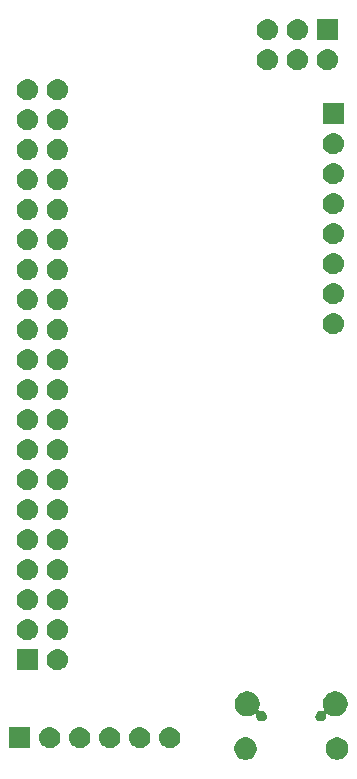
<source format=gbr>
G04 #@! TF.GenerationSoftware,KiCad,Pcbnew,(5.0.2-5-10.14)*
G04 #@! TF.CreationDate,2019-03-09T09:48:24+01:00*
G04 #@! TF.ProjectId,myduino,6d796475-696e-46f2-9e6b-696361645f70,rev?*
G04 #@! TF.SameCoordinates,Original*
G04 #@! TF.FileFunction,Soldermask,Bot*
G04 #@! TF.FilePolarity,Negative*
%FSLAX46Y46*%
G04 Gerber Fmt 4.6, Leading zero omitted, Abs format (unit mm)*
G04 Created by KiCad (PCBNEW (5.0.2-5-10.14)) date 2019 March 09, Saturday 09:48:24*
%MOMM*%
%LPD*%
G01*
G04 APERTURE LIST*
%ADD10C,0.100000*%
G04 APERTURE END LIST*
D10*
G36*
X158584396Y-147339546D02*
X158757466Y-147411234D01*
X158913230Y-147515312D01*
X159045688Y-147647770D01*
X159149766Y-147803534D01*
X159221454Y-147976604D01*
X159258000Y-148160333D01*
X159258000Y-148347667D01*
X159221454Y-148531396D01*
X159149766Y-148704466D01*
X159045688Y-148860230D01*
X158913230Y-148992688D01*
X158757466Y-149096766D01*
X158584396Y-149168454D01*
X158400667Y-149205000D01*
X158213333Y-149205000D01*
X158029604Y-149168454D01*
X157856534Y-149096766D01*
X157700770Y-148992688D01*
X157568312Y-148860230D01*
X157464234Y-148704466D01*
X157392546Y-148531396D01*
X157356000Y-148347667D01*
X157356000Y-148160333D01*
X157392546Y-147976604D01*
X157464234Y-147803534D01*
X157568312Y-147647770D01*
X157700770Y-147515312D01*
X157856534Y-147411234D01*
X158029604Y-147339546D01*
X158213333Y-147303000D01*
X158400667Y-147303000D01*
X158584396Y-147339546D01*
X158584396Y-147339546D01*
G37*
G36*
X150834396Y-147339546D02*
X151007466Y-147411234D01*
X151163230Y-147515312D01*
X151295688Y-147647770D01*
X151399766Y-147803534D01*
X151471454Y-147976604D01*
X151508000Y-148160333D01*
X151508000Y-148347667D01*
X151471454Y-148531396D01*
X151399766Y-148704466D01*
X151295688Y-148860230D01*
X151163230Y-148992688D01*
X151007466Y-149096766D01*
X150834396Y-149168454D01*
X150650667Y-149205000D01*
X150463333Y-149205000D01*
X150279604Y-149168454D01*
X150106534Y-149096766D01*
X149950770Y-148992688D01*
X149818312Y-148860230D01*
X149714234Y-148704466D01*
X149642546Y-148531396D01*
X149606000Y-148347667D01*
X149606000Y-148160333D01*
X149642546Y-147976604D01*
X149714234Y-147803534D01*
X149818312Y-147647770D01*
X149950770Y-147515312D01*
X150106534Y-147411234D01*
X150279604Y-147339546D01*
X150463333Y-147303000D01*
X150650667Y-147303000D01*
X150834396Y-147339546D01*
X150834396Y-147339546D01*
G37*
G36*
X144255442Y-146425518D02*
X144321627Y-146432037D01*
X144434853Y-146466384D01*
X144491467Y-146483557D01*
X144630087Y-146557652D01*
X144647991Y-146567222D01*
X144683729Y-146596552D01*
X144785186Y-146679814D01*
X144868448Y-146781271D01*
X144897778Y-146817009D01*
X144897779Y-146817011D01*
X144981443Y-146973533D01*
X144981443Y-146973534D01*
X145032963Y-147143373D01*
X145050359Y-147320000D01*
X145032963Y-147496627D01*
X144998616Y-147609853D01*
X144981443Y-147666467D01*
X144908179Y-147803533D01*
X144897778Y-147822991D01*
X144868448Y-147858729D01*
X144785186Y-147960186D01*
X144683729Y-148043448D01*
X144647991Y-148072778D01*
X144647989Y-148072779D01*
X144491467Y-148156443D01*
X144434853Y-148173616D01*
X144321627Y-148207963D01*
X144255442Y-148214482D01*
X144189260Y-148221000D01*
X144100740Y-148221000D01*
X144034558Y-148214482D01*
X143968373Y-148207963D01*
X143855147Y-148173616D01*
X143798533Y-148156443D01*
X143642011Y-148072779D01*
X143642009Y-148072778D01*
X143606271Y-148043448D01*
X143504814Y-147960186D01*
X143421552Y-147858729D01*
X143392222Y-147822991D01*
X143381821Y-147803533D01*
X143308557Y-147666467D01*
X143291384Y-147609853D01*
X143257037Y-147496627D01*
X143239641Y-147320000D01*
X143257037Y-147143373D01*
X143308557Y-146973534D01*
X143308557Y-146973533D01*
X143392221Y-146817011D01*
X143392222Y-146817009D01*
X143421552Y-146781271D01*
X143504814Y-146679814D01*
X143606271Y-146596552D01*
X143642009Y-146567222D01*
X143659913Y-146557652D01*
X143798533Y-146483557D01*
X143855147Y-146466384D01*
X143968373Y-146432037D01*
X144034558Y-146425518D01*
X144100740Y-146419000D01*
X144189260Y-146419000D01*
X144255442Y-146425518D01*
X144255442Y-146425518D01*
G37*
G36*
X141715442Y-146425518D02*
X141781627Y-146432037D01*
X141894853Y-146466384D01*
X141951467Y-146483557D01*
X142090087Y-146557652D01*
X142107991Y-146567222D01*
X142143729Y-146596552D01*
X142245186Y-146679814D01*
X142328448Y-146781271D01*
X142357778Y-146817009D01*
X142357779Y-146817011D01*
X142441443Y-146973533D01*
X142441443Y-146973534D01*
X142492963Y-147143373D01*
X142510359Y-147320000D01*
X142492963Y-147496627D01*
X142458616Y-147609853D01*
X142441443Y-147666467D01*
X142368179Y-147803533D01*
X142357778Y-147822991D01*
X142328448Y-147858729D01*
X142245186Y-147960186D01*
X142143729Y-148043448D01*
X142107991Y-148072778D01*
X142107989Y-148072779D01*
X141951467Y-148156443D01*
X141894853Y-148173616D01*
X141781627Y-148207963D01*
X141715442Y-148214482D01*
X141649260Y-148221000D01*
X141560740Y-148221000D01*
X141494558Y-148214482D01*
X141428373Y-148207963D01*
X141315147Y-148173616D01*
X141258533Y-148156443D01*
X141102011Y-148072779D01*
X141102009Y-148072778D01*
X141066271Y-148043448D01*
X140964814Y-147960186D01*
X140881552Y-147858729D01*
X140852222Y-147822991D01*
X140841821Y-147803533D01*
X140768557Y-147666467D01*
X140751384Y-147609853D01*
X140717037Y-147496627D01*
X140699641Y-147320000D01*
X140717037Y-147143373D01*
X140768557Y-146973534D01*
X140768557Y-146973533D01*
X140852221Y-146817011D01*
X140852222Y-146817009D01*
X140881552Y-146781271D01*
X140964814Y-146679814D01*
X141066271Y-146596552D01*
X141102009Y-146567222D01*
X141119913Y-146557652D01*
X141258533Y-146483557D01*
X141315147Y-146466384D01*
X141428373Y-146432037D01*
X141494558Y-146425518D01*
X141560740Y-146419000D01*
X141649260Y-146419000D01*
X141715442Y-146425518D01*
X141715442Y-146425518D01*
G37*
G36*
X139175442Y-146425518D02*
X139241627Y-146432037D01*
X139354853Y-146466384D01*
X139411467Y-146483557D01*
X139550087Y-146557652D01*
X139567991Y-146567222D01*
X139603729Y-146596552D01*
X139705186Y-146679814D01*
X139788448Y-146781271D01*
X139817778Y-146817009D01*
X139817779Y-146817011D01*
X139901443Y-146973533D01*
X139901443Y-146973534D01*
X139952963Y-147143373D01*
X139970359Y-147320000D01*
X139952963Y-147496627D01*
X139918616Y-147609853D01*
X139901443Y-147666467D01*
X139828179Y-147803533D01*
X139817778Y-147822991D01*
X139788448Y-147858729D01*
X139705186Y-147960186D01*
X139603729Y-148043448D01*
X139567991Y-148072778D01*
X139567989Y-148072779D01*
X139411467Y-148156443D01*
X139354853Y-148173616D01*
X139241627Y-148207963D01*
X139175442Y-148214482D01*
X139109260Y-148221000D01*
X139020740Y-148221000D01*
X138954558Y-148214482D01*
X138888373Y-148207963D01*
X138775147Y-148173616D01*
X138718533Y-148156443D01*
X138562011Y-148072779D01*
X138562009Y-148072778D01*
X138526271Y-148043448D01*
X138424814Y-147960186D01*
X138341552Y-147858729D01*
X138312222Y-147822991D01*
X138301821Y-147803533D01*
X138228557Y-147666467D01*
X138211384Y-147609853D01*
X138177037Y-147496627D01*
X138159641Y-147320000D01*
X138177037Y-147143373D01*
X138228557Y-146973534D01*
X138228557Y-146973533D01*
X138312221Y-146817011D01*
X138312222Y-146817009D01*
X138341552Y-146781271D01*
X138424814Y-146679814D01*
X138526271Y-146596552D01*
X138562009Y-146567222D01*
X138579913Y-146557652D01*
X138718533Y-146483557D01*
X138775147Y-146466384D01*
X138888373Y-146432037D01*
X138954558Y-146425518D01*
X139020740Y-146419000D01*
X139109260Y-146419000D01*
X139175442Y-146425518D01*
X139175442Y-146425518D01*
G37*
G36*
X136635442Y-146425518D02*
X136701627Y-146432037D01*
X136814853Y-146466384D01*
X136871467Y-146483557D01*
X137010087Y-146557652D01*
X137027991Y-146567222D01*
X137063729Y-146596552D01*
X137165186Y-146679814D01*
X137248448Y-146781271D01*
X137277778Y-146817009D01*
X137277779Y-146817011D01*
X137361443Y-146973533D01*
X137361443Y-146973534D01*
X137412963Y-147143373D01*
X137430359Y-147320000D01*
X137412963Y-147496627D01*
X137378616Y-147609853D01*
X137361443Y-147666467D01*
X137288179Y-147803533D01*
X137277778Y-147822991D01*
X137248448Y-147858729D01*
X137165186Y-147960186D01*
X137063729Y-148043448D01*
X137027991Y-148072778D01*
X137027989Y-148072779D01*
X136871467Y-148156443D01*
X136814853Y-148173616D01*
X136701627Y-148207963D01*
X136635442Y-148214482D01*
X136569260Y-148221000D01*
X136480740Y-148221000D01*
X136414558Y-148214482D01*
X136348373Y-148207963D01*
X136235147Y-148173616D01*
X136178533Y-148156443D01*
X136022011Y-148072779D01*
X136022009Y-148072778D01*
X135986271Y-148043448D01*
X135884814Y-147960186D01*
X135801552Y-147858729D01*
X135772222Y-147822991D01*
X135761821Y-147803533D01*
X135688557Y-147666467D01*
X135671384Y-147609853D01*
X135637037Y-147496627D01*
X135619641Y-147320000D01*
X135637037Y-147143373D01*
X135688557Y-146973534D01*
X135688557Y-146973533D01*
X135772221Y-146817011D01*
X135772222Y-146817009D01*
X135801552Y-146781271D01*
X135884814Y-146679814D01*
X135986271Y-146596552D01*
X136022009Y-146567222D01*
X136039913Y-146557652D01*
X136178533Y-146483557D01*
X136235147Y-146466384D01*
X136348373Y-146432037D01*
X136414558Y-146425518D01*
X136480740Y-146419000D01*
X136569260Y-146419000D01*
X136635442Y-146425518D01*
X136635442Y-146425518D01*
G37*
G36*
X134095442Y-146425518D02*
X134161627Y-146432037D01*
X134274853Y-146466384D01*
X134331467Y-146483557D01*
X134470087Y-146557652D01*
X134487991Y-146567222D01*
X134523729Y-146596552D01*
X134625186Y-146679814D01*
X134708448Y-146781271D01*
X134737778Y-146817009D01*
X134737779Y-146817011D01*
X134821443Y-146973533D01*
X134821443Y-146973534D01*
X134872963Y-147143373D01*
X134890359Y-147320000D01*
X134872963Y-147496627D01*
X134838616Y-147609853D01*
X134821443Y-147666467D01*
X134748179Y-147803533D01*
X134737778Y-147822991D01*
X134708448Y-147858729D01*
X134625186Y-147960186D01*
X134523729Y-148043448D01*
X134487991Y-148072778D01*
X134487989Y-148072779D01*
X134331467Y-148156443D01*
X134274853Y-148173616D01*
X134161627Y-148207963D01*
X134095442Y-148214482D01*
X134029260Y-148221000D01*
X133940740Y-148221000D01*
X133874558Y-148214482D01*
X133808373Y-148207963D01*
X133695147Y-148173616D01*
X133638533Y-148156443D01*
X133482011Y-148072779D01*
X133482009Y-148072778D01*
X133446271Y-148043448D01*
X133344814Y-147960186D01*
X133261552Y-147858729D01*
X133232222Y-147822991D01*
X133221821Y-147803533D01*
X133148557Y-147666467D01*
X133131384Y-147609853D01*
X133097037Y-147496627D01*
X133079641Y-147320000D01*
X133097037Y-147143373D01*
X133148557Y-146973534D01*
X133148557Y-146973533D01*
X133232221Y-146817011D01*
X133232222Y-146817009D01*
X133261552Y-146781271D01*
X133344814Y-146679814D01*
X133446271Y-146596552D01*
X133482009Y-146567222D01*
X133499913Y-146557652D01*
X133638533Y-146483557D01*
X133695147Y-146466384D01*
X133808373Y-146432037D01*
X133874558Y-146425518D01*
X133940740Y-146419000D01*
X134029260Y-146419000D01*
X134095442Y-146425518D01*
X134095442Y-146425518D01*
G37*
G36*
X132346000Y-148221000D02*
X130544000Y-148221000D01*
X130544000Y-146419000D01*
X132346000Y-146419000D01*
X132346000Y-148221000D01*
X132346000Y-148221000D01*
G37*
G36*
X158463565Y-143443389D02*
X158654834Y-143522615D01*
X158826976Y-143637637D01*
X158973363Y-143784024D01*
X159088385Y-143956166D01*
X159167611Y-144147435D01*
X159208000Y-144350484D01*
X159208000Y-144557516D01*
X159167611Y-144760565D01*
X159088385Y-144951834D01*
X158973363Y-145123976D01*
X158826976Y-145270363D01*
X158654834Y-145385385D01*
X158463565Y-145464611D01*
X158260516Y-145505000D01*
X158053484Y-145505000D01*
X157850435Y-145464611D01*
X157659166Y-145385385D01*
X157574566Y-145328857D01*
X157552956Y-145317306D01*
X157529507Y-145310193D01*
X157505120Y-145307791D01*
X157480734Y-145310193D01*
X157457285Y-145317306D01*
X157435674Y-145328857D01*
X157416732Y-145344402D01*
X157401186Y-145363345D01*
X157389635Y-145384955D01*
X157382522Y-145408404D01*
X157380120Y-145432791D01*
X157382522Y-145457178D01*
X157383000Y-145459581D01*
X157383000Y-145548421D01*
X157365669Y-145635552D01*
X157331673Y-145717625D01*
X157331671Y-145717629D01*
X157282314Y-145791496D01*
X157282311Y-145791500D01*
X157219500Y-145854311D01*
X157219497Y-145854313D01*
X157219496Y-145854314D01*
X157145629Y-145903671D01*
X157145626Y-145903672D01*
X157145625Y-145903673D01*
X157063552Y-145937669D01*
X156976421Y-145955000D01*
X156887579Y-145955000D01*
X156800448Y-145937669D01*
X156718375Y-145903673D01*
X156718374Y-145903672D01*
X156718371Y-145903671D01*
X156644504Y-145854314D01*
X156644503Y-145854313D01*
X156644500Y-145854311D01*
X156581689Y-145791500D01*
X156581686Y-145791496D01*
X156532329Y-145717629D01*
X156532327Y-145717625D01*
X156498331Y-145635552D01*
X156481000Y-145548421D01*
X156481000Y-145459579D01*
X156498331Y-145372448D01*
X156532327Y-145290375D01*
X156532328Y-145290374D01*
X156532329Y-145290371D01*
X156581686Y-145216504D01*
X156581687Y-145216503D01*
X156581689Y-145216500D01*
X156644500Y-145153689D01*
X156688968Y-145123976D01*
X156718371Y-145104329D01*
X156718374Y-145104328D01*
X156718375Y-145104327D01*
X156800448Y-145070331D01*
X156887579Y-145053000D01*
X156976422Y-145053000D01*
X157064293Y-145070478D01*
X157088679Y-145072880D01*
X157113065Y-145070478D01*
X157136514Y-145063365D01*
X157158125Y-145051813D01*
X157177067Y-145036268D01*
X157192612Y-145017326D01*
X157204163Y-144995715D01*
X157211276Y-144972265D01*
X157213678Y-144947879D01*
X157211276Y-144923493D01*
X157204163Y-144900045D01*
X157146389Y-144760566D01*
X157106000Y-144557516D01*
X157106000Y-144350484D01*
X157146389Y-144147435D01*
X157225615Y-143956166D01*
X157340637Y-143784024D01*
X157487024Y-143637637D01*
X157659166Y-143522615D01*
X157850435Y-143443389D01*
X158053484Y-143403000D01*
X158260516Y-143403000D01*
X158463565Y-143443389D01*
X158463565Y-143443389D01*
G37*
G36*
X151013565Y-143443389D02*
X151204834Y-143522615D01*
X151376976Y-143637637D01*
X151523363Y-143784024D01*
X151638385Y-143956166D01*
X151717611Y-144147435D01*
X151758000Y-144350484D01*
X151758000Y-144557516D01*
X151717611Y-144760566D01*
X151659837Y-144900045D01*
X151652724Y-144923494D01*
X151650322Y-144947880D01*
X151652724Y-144972267D01*
X151659837Y-144995716D01*
X151671388Y-145017326D01*
X151686934Y-145036269D01*
X151705876Y-145051814D01*
X151727487Y-145063365D01*
X151750936Y-145070478D01*
X151775322Y-145072880D01*
X151799707Y-145070478D01*
X151887578Y-145053000D01*
X151976421Y-145053000D01*
X152063552Y-145070331D01*
X152145625Y-145104327D01*
X152145626Y-145104328D01*
X152145629Y-145104329D01*
X152175032Y-145123976D01*
X152219500Y-145153689D01*
X152282311Y-145216500D01*
X152282313Y-145216503D01*
X152282314Y-145216504D01*
X152331671Y-145290371D01*
X152331672Y-145290374D01*
X152331673Y-145290375D01*
X152365669Y-145372448D01*
X152383000Y-145459579D01*
X152383000Y-145548421D01*
X152365669Y-145635552D01*
X152331673Y-145717625D01*
X152331671Y-145717629D01*
X152282314Y-145791496D01*
X152282311Y-145791500D01*
X152219500Y-145854311D01*
X152219497Y-145854313D01*
X152219496Y-145854314D01*
X152145629Y-145903671D01*
X152145626Y-145903672D01*
X152145625Y-145903673D01*
X152063552Y-145937669D01*
X151976421Y-145955000D01*
X151887579Y-145955000D01*
X151800448Y-145937669D01*
X151718375Y-145903673D01*
X151718374Y-145903672D01*
X151718371Y-145903671D01*
X151644504Y-145854314D01*
X151644503Y-145854313D01*
X151644500Y-145854311D01*
X151581689Y-145791500D01*
X151581686Y-145791496D01*
X151532329Y-145717629D01*
X151532327Y-145717625D01*
X151498331Y-145635552D01*
X151481000Y-145548421D01*
X151481000Y-145459581D01*
X151481478Y-145457178D01*
X151483880Y-145432792D01*
X151481478Y-145408406D01*
X151474365Y-145384957D01*
X151462814Y-145363346D01*
X151447269Y-145344404D01*
X151428327Y-145328858D01*
X151406717Y-145317307D01*
X151383267Y-145310193D01*
X151358881Y-145307791D01*
X151334495Y-145310193D01*
X151311046Y-145317306D01*
X151289434Y-145328857D01*
X151204834Y-145385385D01*
X151013565Y-145464611D01*
X150810516Y-145505000D01*
X150603484Y-145505000D01*
X150400435Y-145464611D01*
X150209166Y-145385385D01*
X150037024Y-145270363D01*
X149890637Y-145123976D01*
X149775615Y-144951834D01*
X149696389Y-144760565D01*
X149656000Y-144557516D01*
X149656000Y-144350484D01*
X149696389Y-144147435D01*
X149775615Y-143956166D01*
X149890637Y-143784024D01*
X150037024Y-143637637D01*
X150209166Y-143522615D01*
X150400435Y-143443389D01*
X150603484Y-143403000D01*
X150810516Y-143403000D01*
X151013565Y-143443389D01*
X151013565Y-143443389D01*
G37*
G36*
X134730443Y-139821519D02*
X134796627Y-139828037D01*
X134909853Y-139862384D01*
X134966467Y-139879557D01*
X135105087Y-139953652D01*
X135122991Y-139963222D01*
X135158729Y-139992552D01*
X135260186Y-140075814D01*
X135343448Y-140177271D01*
X135372778Y-140213009D01*
X135372779Y-140213011D01*
X135456443Y-140369533D01*
X135456443Y-140369534D01*
X135507963Y-140539373D01*
X135525359Y-140716000D01*
X135507963Y-140892627D01*
X135473616Y-141005853D01*
X135456443Y-141062467D01*
X135382348Y-141201087D01*
X135372778Y-141218991D01*
X135343448Y-141254729D01*
X135260186Y-141356186D01*
X135158729Y-141439448D01*
X135122991Y-141468778D01*
X135122989Y-141468779D01*
X134966467Y-141552443D01*
X134909853Y-141569616D01*
X134796627Y-141603963D01*
X134730443Y-141610481D01*
X134664260Y-141617000D01*
X134575740Y-141617000D01*
X134509557Y-141610481D01*
X134443373Y-141603963D01*
X134330147Y-141569616D01*
X134273533Y-141552443D01*
X134117011Y-141468779D01*
X134117009Y-141468778D01*
X134081271Y-141439448D01*
X133979814Y-141356186D01*
X133896552Y-141254729D01*
X133867222Y-141218991D01*
X133857652Y-141201087D01*
X133783557Y-141062467D01*
X133766384Y-141005853D01*
X133732037Y-140892627D01*
X133714641Y-140716000D01*
X133732037Y-140539373D01*
X133783557Y-140369534D01*
X133783557Y-140369533D01*
X133867221Y-140213011D01*
X133867222Y-140213009D01*
X133896552Y-140177271D01*
X133979814Y-140075814D01*
X134081271Y-139992552D01*
X134117009Y-139963222D01*
X134134913Y-139953652D01*
X134273533Y-139879557D01*
X134330147Y-139862384D01*
X134443373Y-139828037D01*
X134509557Y-139821519D01*
X134575740Y-139815000D01*
X134664260Y-139815000D01*
X134730443Y-139821519D01*
X134730443Y-139821519D01*
G37*
G36*
X132981000Y-141617000D02*
X131179000Y-141617000D01*
X131179000Y-139815000D01*
X132981000Y-139815000D01*
X132981000Y-141617000D01*
X132981000Y-141617000D01*
G37*
G36*
X132190442Y-137281518D02*
X132256627Y-137288037D01*
X132369853Y-137322384D01*
X132426467Y-137339557D01*
X132565087Y-137413652D01*
X132582991Y-137423222D01*
X132618729Y-137452552D01*
X132720186Y-137535814D01*
X132803448Y-137637271D01*
X132832778Y-137673009D01*
X132832779Y-137673011D01*
X132916443Y-137829533D01*
X132916443Y-137829534D01*
X132967963Y-137999373D01*
X132985359Y-138176000D01*
X132967963Y-138352627D01*
X132933616Y-138465853D01*
X132916443Y-138522467D01*
X132842348Y-138661087D01*
X132832778Y-138678991D01*
X132803448Y-138714729D01*
X132720186Y-138816186D01*
X132618729Y-138899448D01*
X132582991Y-138928778D01*
X132582989Y-138928779D01*
X132426467Y-139012443D01*
X132369853Y-139029616D01*
X132256627Y-139063963D01*
X132190442Y-139070482D01*
X132124260Y-139077000D01*
X132035740Y-139077000D01*
X131969558Y-139070482D01*
X131903373Y-139063963D01*
X131790147Y-139029616D01*
X131733533Y-139012443D01*
X131577011Y-138928779D01*
X131577009Y-138928778D01*
X131541271Y-138899448D01*
X131439814Y-138816186D01*
X131356552Y-138714729D01*
X131327222Y-138678991D01*
X131317652Y-138661087D01*
X131243557Y-138522467D01*
X131226384Y-138465853D01*
X131192037Y-138352627D01*
X131174641Y-138176000D01*
X131192037Y-137999373D01*
X131243557Y-137829534D01*
X131243557Y-137829533D01*
X131327221Y-137673011D01*
X131327222Y-137673009D01*
X131356552Y-137637271D01*
X131439814Y-137535814D01*
X131541271Y-137452552D01*
X131577009Y-137423222D01*
X131594913Y-137413652D01*
X131733533Y-137339557D01*
X131790147Y-137322384D01*
X131903373Y-137288037D01*
X131969558Y-137281518D01*
X132035740Y-137275000D01*
X132124260Y-137275000D01*
X132190442Y-137281518D01*
X132190442Y-137281518D01*
G37*
G36*
X134730442Y-137281518D02*
X134796627Y-137288037D01*
X134909853Y-137322384D01*
X134966467Y-137339557D01*
X135105087Y-137413652D01*
X135122991Y-137423222D01*
X135158729Y-137452552D01*
X135260186Y-137535814D01*
X135343448Y-137637271D01*
X135372778Y-137673009D01*
X135372779Y-137673011D01*
X135456443Y-137829533D01*
X135456443Y-137829534D01*
X135507963Y-137999373D01*
X135525359Y-138176000D01*
X135507963Y-138352627D01*
X135473616Y-138465853D01*
X135456443Y-138522467D01*
X135382348Y-138661087D01*
X135372778Y-138678991D01*
X135343448Y-138714729D01*
X135260186Y-138816186D01*
X135158729Y-138899448D01*
X135122991Y-138928778D01*
X135122989Y-138928779D01*
X134966467Y-139012443D01*
X134909853Y-139029616D01*
X134796627Y-139063963D01*
X134730442Y-139070482D01*
X134664260Y-139077000D01*
X134575740Y-139077000D01*
X134509558Y-139070482D01*
X134443373Y-139063963D01*
X134330147Y-139029616D01*
X134273533Y-139012443D01*
X134117011Y-138928779D01*
X134117009Y-138928778D01*
X134081271Y-138899448D01*
X133979814Y-138816186D01*
X133896552Y-138714729D01*
X133867222Y-138678991D01*
X133857652Y-138661087D01*
X133783557Y-138522467D01*
X133766384Y-138465853D01*
X133732037Y-138352627D01*
X133714641Y-138176000D01*
X133732037Y-137999373D01*
X133783557Y-137829534D01*
X133783557Y-137829533D01*
X133867221Y-137673011D01*
X133867222Y-137673009D01*
X133896552Y-137637271D01*
X133979814Y-137535814D01*
X134081271Y-137452552D01*
X134117009Y-137423222D01*
X134134913Y-137413652D01*
X134273533Y-137339557D01*
X134330147Y-137322384D01*
X134443373Y-137288037D01*
X134509558Y-137281518D01*
X134575740Y-137275000D01*
X134664260Y-137275000D01*
X134730442Y-137281518D01*
X134730442Y-137281518D01*
G37*
G36*
X134730442Y-134741518D02*
X134796627Y-134748037D01*
X134909853Y-134782384D01*
X134966467Y-134799557D01*
X135105087Y-134873652D01*
X135122991Y-134883222D01*
X135158729Y-134912552D01*
X135260186Y-134995814D01*
X135343448Y-135097271D01*
X135372778Y-135133009D01*
X135372779Y-135133011D01*
X135456443Y-135289533D01*
X135456443Y-135289534D01*
X135507963Y-135459373D01*
X135525359Y-135636000D01*
X135507963Y-135812627D01*
X135473616Y-135925853D01*
X135456443Y-135982467D01*
X135382348Y-136121087D01*
X135372778Y-136138991D01*
X135343448Y-136174729D01*
X135260186Y-136276186D01*
X135158729Y-136359448D01*
X135122991Y-136388778D01*
X135122989Y-136388779D01*
X134966467Y-136472443D01*
X134909853Y-136489616D01*
X134796627Y-136523963D01*
X134730443Y-136530481D01*
X134664260Y-136537000D01*
X134575740Y-136537000D01*
X134509557Y-136530481D01*
X134443373Y-136523963D01*
X134330147Y-136489616D01*
X134273533Y-136472443D01*
X134117011Y-136388779D01*
X134117009Y-136388778D01*
X134081271Y-136359448D01*
X133979814Y-136276186D01*
X133896552Y-136174729D01*
X133867222Y-136138991D01*
X133857652Y-136121087D01*
X133783557Y-135982467D01*
X133766384Y-135925853D01*
X133732037Y-135812627D01*
X133714641Y-135636000D01*
X133732037Y-135459373D01*
X133783557Y-135289534D01*
X133783557Y-135289533D01*
X133867221Y-135133011D01*
X133867222Y-135133009D01*
X133896552Y-135097271D01*
X133979814Y-134995814D01*
X134081271Y-134912552D01*
X134117009Y-134883222D01*
X134134913Y-134873652D01*
X134273533Y-134799557D01*
X134330147Y-134782384D01*
X134443373Y-134748037D01*
X134509558Y-134741518D01*
X134575740Y-134735000D01*
X134664260Y-134735000D01*
X134730442Y-134741518D01*
X134730442Y-134741518D01*
G37*
G36*
X132190442Y-134741518D02*
X132256627Y-134748037D01*
X132369853Y-134782384D01*
X132426467Y-134799557D01*
X132565087Y-134873652D01*
X132582991Y-134883222D01*
X132618729Y-134912552D01*
X132720186Y-134995814D01*
X132803448Y-135097271D01*
X132832778Y-135133009D01*
X132832779Y-135133011D01*
X132916443Y-135289533D01*
X132916443Y-135289534D01*
X132967963Y-135459373D01*
X132985359Y-135636000D01*
X132967963Y-135812627D01*
X132933616Y-135925853D01*
X132916443Y-135982467D01*
X132842348Y-136121087D01*
X132832778Y-136138991D01*
X132803448Y-136174729D01*
X132720186Y-136276186D01*
X132618729Y-136359448D01*
X132582991Y-136388778D01*
X132582989Y-136388779D01*
X132426467Y-136472443D01*
X132369853Y-136489616D01*
X132256627Y-136523963D01*
X132190443Y-136530481D01*
X132124260Y-136537000D01*
X132035740Y-136537000D01*
X131969557Y-136530481D01*
X131903373Y-136523963D01*
X131790147Y-136489616D01*
X131733533Y-136472443D01*
X131577011Y-136388779D01*
X131577009Y-136388778D01*
X131541271Y-136359448D01*
X131439814Y-136276186D01*
X131356552Y-136174729D01*
X131327222Y-136138991D01*
X131317652Y-136121087D01*
X131243557Y-135982467D01*
X131226384Y-135925853D01*
X131192037Y-135812627D01*
X131174641Y-135636000D01*
X131192037Y-135459373D01*
X131243557Y-135289534D01*
X131243557Y-135289533D01*
X131327221Y-135133011D01*
X131327222Y-135133009D01*
X131356552Y-135097271D01*
X131439814Y-134995814D01*
X131541271Y-134912552D01*
X131577009Y-134883222D01*
X131594913Y-134873652D01*
X131733533Y-134799557D01*
X131790147Y-134782384D01*
X131903373Y-134748037D01*
X131969558Y-134741518D01*
X132035740Y-134735000D01*
X132124260Y-134735000D01*
X132190442Y-134741518D01*
X132190442Y-134741518D01*
G37*
G36*
X132190442Y-132201518D02*
X132256627Y-132208037D01*
X132369853Y-132242384D01*
X132426467Y-132259557D01*
X132565087Y-132333652D01*
X132582991Y-132343222D01*
X132618729Y-132372552D01*
X132720186Y-132455814D01*
X132803448Y-132557271D01*
X132832778Y-132593009D01*
X132832779Y-132593011D01*
X132916443Y-132749533D01*
X132916443Y-132749534D01*
X132967963Y-132919373D01*
X132985359Y-133096000D01*
X132967963Y-133272627D01*
X132933616Y-133385853D01*
X132916443Y-133442467D01*
X132842348Y-133581087D01*
X132832778Y-133598991D01*
X132803448Y-133634729D01*
X132720186Y-133736186D01*
X132618729Y-133819448D01*
X132582991Y-133848778D01*
X132582989Y-133848779D01*
X132426467Y-133932443D01*
X132369853Y-133949616D01*
X132256627Y-133983963D01*
X132190443Y-133990481D01*
X132124260Y-133997000D01*
X132035740Y-133997000D01*
X131969557Y-133990481D01*
X131903373Y-133983963D01*
X131790147Y-133949616D01*
X131733533Y-133932443D01*
X131577011Y-133848779D01*
X131577009Y-133848778D01*
X131541271Y-133819448D01*
X131439814Y-133736186D01*
X131356552Y-133634729D01*
X131327222Y-133598991D01*
X131317652Y-133581087D01*
X131243557Y-133442467D01*
X131226384Y-133385853D01*
X131192037Y-133272627D01*
X131174641Y-133096000D01*
X131192037Y-132919373D01*
X131243557Y-132749534D01*
X131243557Y-132749533D01*
X131327221Y-132593011D01*
X131327222Y-132593009D01*
X131356552Y-132557271D01*
X131439814Y-132455814D01*
X131541271Y-132372552D01*
X131577009Y-132343222D01*
X131594913Y-132333652D01*
X131733533Y-132259557D01*
X131790147Y-132242384D01*
X131903373Y-132208037D01*
X131969558Y-132201518D01*
X132035740Y-132195000D01*
X132124260Y-132195000D01*
X132190442Y-132201518D01*
X132190442Y-132201518D01*
G37*
G36*
X134730442Y-132201518D02*
X134796627Y-132208037D01*
X134909853Y-132242384D01*
X134966467Y-132259557D01*
X135105087Y-132333652D01*
X135122991Y-132343222D01*
X135158729Y-132372552D01*
X135260186Y-132455814D01*
X135343448Y-132557271D01*
X135372778Y-132593009D01*
X135372779Y-132593011D01*
X135456443Y-132749533D01*
X135456443Y-132749534D01*
X135507963Y-132919373D01*
X135525359Y-133096000D01*
X135507963Y-133272627D01*
X135473616Y-133385853D01*
X135456443Y-133442467D01*
X135382348Y-133581087D01*
X135372778Y-133598991D01*
X135343448Y-133634729D01*
X135260186Y-133736186D01*
X135158729Y-133819448D01*
X135122991Y-133848778D01*
X135122989Y-133848779D01*
X134966467Y-133932443D01*
X134909853Y-133949616D01*
X134796627Y-133983963D01*
X134730443Y-133990481D01*
X134664260Y-133997000D01*
X134575740Y-133997000D01*
X134509557Y-133990481D01*
X134443373Y-133983963D01*
X134330147Y-133949616D01*
X134273533Y-133932443D01*
X134117011Y-133848779D01*
X134117009Y-133848778D01*
X134081271Y-133819448D01*
X133979814Y-133736186D01*
X133896552Y-133634729D01*
X133867222Y-133598991D01*
X133857652Y-133581087D01*
X133783557Y-133442467D01*
X133766384Y-133385853D01*
X133732037Y-133272627D01*
X133714641Y-133096000D01*
X133732037Y-132919373D01*
X133783557Y-132749534D01*
X133783557Y-132749533D01*
X133867221Y-132593011D01*
X133867222Y-132593009D01*
X133896552Y-132557271D01*
X133979814Y-132455814D01*
X134081271Y-132372552D01*
X134117009Y-132343222D01*
X134134913Y-132333652D01*
X134273533Y-132259557D01*
X134330147Y-132242384D01*
X134443373Y-132208037D01*
X134509558Y-132201518D01*
X134575740Y-132195000D01*
X134664260Y-132195000D01*
X134730442Y-132201518D01*
X134730442Y-132201518D01*
G37*
G36*
X132190442Y-129661518D02*
X132256627Y-129668037D01*
X132369853Y-129702384D01*
X132426467Y-129719557D01*
X132565087Y-129793652D01*
X132582991Y-129803222D01*
X132618729Y-129832552D01*
X132720186Y-129915814D01*
X132803448Y-130017271D01*
X132832778Y-130053009D01*
X132832779Y-130053011D01*
X132916443Y-130209533D01*
X132916443Y-130209534D01*
X132967963Y-130379373D01*
X132985359Y-130556000D01*
X132967963Y-130732627D01*
X132933616Y-130845853D01*
X132916443Y-130902467D01*
X132842348Y-131041087D01*
X132832778Y-131058991D01*
X132803448Y-131094729D01*
X132720186Y-131196186D01*
X132618729Y-131279448D01*
X132582991Y-131308778D01*
X132582989Y-131308779D01*
X132426467Y-131392443D01*
X132369853Y-131409616D01*
X132256627Y-131443963D01*
X132190442Y-131450482D01*
X132124260Y-131457000D01*
X132035740Y-131457000D01*
X131969558Y-131450482D01*
X131903373Y-131443963D01*
X131790147Y-131409616D01*
X131733533Y-131392443D01*
X131577011Y-131308779D01*
X131577009Y-131308778D01*
X131541271Y-131279448D01*
X131439814Y-131196186D01*
X131356552Y-131094729D01*
X131327222Y-131058991D01*
X131317652Y-131041087D01*
X131243557Y-130902467D01*
X131226384Y-130845853D01*
X131192037Y-130732627D01*
X131174641Y-130556000D01*
X131192037Y-130379373D01*
X131243557Y-130209534D01*
X131243557Y-130209533D01*
X131327221Y-130053011D01*
X131327222Y-130053009D01*
X131356552Y-130017271D01*
X131439814Y-129915814D01*
X131541271Y-129832552D01*
X131577009Y-129803222D01*
X131594913Y-129793652D01*
X131733533Y-129719557D01*
X131790147Y-129702384D01*
X131903373Y-129668037D01*
X131969558Y-129661518D01*
X132035740Y-129655000D01*
X132124260Y-129655000D01*
X132190442Y-129661518D01*
X132190442Y-129661518D01*
G37*
G36*
X134730442Y-129661518D02*
X134796627Y-129668037D01*
X134909853Y-129702384D01*
X134966467Y-129719557D01*
X135105087Y-129793652D01*
X135122991Y-129803222D01*
X135158729Y-129832552D01*
X135260186Y-129915814D01*
X135343448Y-130017271D01*
X135372778Y-130053009D01*
X135372779Y-130053011D01*
X135456443Y-130209533D01*
X135456443Y-130209534D01*
X135507963Y-130379373D01*
X135525359Y-130556000D01*
X135507963Y-130732627D01*
X135473616Y-130845853D01*
X135456443Y-130902467D01*
X135382348Y-131041087D01*
X135372778Y-131058991D01*
X135343448Y-131094729D01*
X135260186Y-131196186D01*
X135158729Y-131279448D01*
X135122991Y-131308778D01*
X135122989Y-131308779D01*
X134966467Y-131392443D01*
X134909853Y-131409616D01*
X134796627Y-131443963D01*
X134730442Y-131450482D01*
X134664260Y-131457000D01*
X134575740Y-131457000D01*
X134509558Y-131450482D01*
X134443373Y-131443963D01*
X134330147Y-131409616D01*
X134273533Y-131392443D01*
X134117011Y-131308779D01*
X134117009Y-131308778D01*
X134081271Y-131279448D01*
X133979814Y-131196186D01*
X133896552Y-131094729D01*
X133867222Y-131058991D01*
X133857652Y-131041087D01*
X133783557Y-130902467D01*
X133766384Y-130845853D01*
X133732037Y-130732627D01*
X133714641Y-130556000D01*
X133732037Y-130379373D01*
X133783557Y-130209534D01*
X133783557Y-130209533D01*
X133867221Y-130053011D01*
X133867222Y-130053009D01*
X133896552Y-130017271D01*
X133979814Y-129915814D01*
X134081271Y-129832552D01*
X134117009Y-129803222D01*
X134134913Y-129793652D01*
X134273533Y-129719557D01*
X134330147Y-129702384D01*
X134443373Y-129668037D01*
X134509558Y-129661518D01*
X134575740Y-129655000D01*
X134664260Y-129655000D01*
X134730442Y-129661518D01*
X134730442Y-129661518D01*
G37*
G36*
X134730443Y-127121519D02*
X134796627Y-127128037D01*
X134909853Y-127162384D01*
X134966467Y-127179557D01*
X135105087Y-127253652D01*
X135122991Y-127263222D01*
X135158729Y-127292552D01*
X135260186Y-127375814D01*
X135343448Y-127477271D01*
X135372778Y-127513009D01*
X135372779Y-127513011D01*
X135456443Y-127669533D01*
X135456443Y-127669534D01*
X135507963Y-127839373D01*
X135525359Y-128016000D01*
X135507963Y-128192627D01*
X135473616Y-128305853D01*
X135456443Y-128362467D01*
X135382348Y-128501087D01*
X135372778Y-128518991D01*
X135343448Y-128554729D01*
X135260186Y-128656186D01*
X135158729Y-128739448D01*
X135122991Y-128768778D01*
X135122989Y-128768779D01*
X134966467Y-128852443D01*
X134909853Y-128869616D01*
X134796627Y-128903963D01*
X134730442Y-128910482D01*
X134664260Y-128917000D01*
X134575740Y-128917000D01*
X134509558Y-128910482D01*
X134443373Y-128903963D01*
X134330147Y-128869616D01*
X134273533Y-128852443D01*
X134117011Y-128768779D01*
X134117009Y-128768778D01*
X134081271Y-128739448D01*
X133979814Y-128656186D01*
X133896552Y-128554729D01*
X133867222Y-128518991D01*
X133857652Y-128501087D01*
X133783557Y-128362467D01*
X133766384Y-128305853D01*
X133732037Y-128192627D01*
X133714641Y-128016000D01*
X133732037Y-127839373D01*
X133783557Y-127669534D01*
X133783557Y-127669533D01*
X133867221Y-127513011D01*
X133867222Y-127513009D01*
X133896552Y-127477271D01*
X133979814Y-127375814D01*
X134081271Y-127292552D01*
X134117009Y-127263222D01*
X134134913Y-127253652D01*
X134273533Y-127179557D01*
X134330147Y-127162384D01*
X134443373Y-127128037D01*
X134509557Y-127121519D01*
X134575740Y-127115000D01*
X134664260Y-127115000D01*
X134730443Y-127121519D01*
X134730443Y-127121519D01*
G37*
G36*
X132190443Y-127121519D02*
X132256627Y-127128037D01*
X132369853Y-127162384D01*
X132426467Y-127179557D01*
X132565087Y-127253652D01*
X132582991Y-127263222D01*
X132618729Y-127292552D01*
X132720186Y-127375814D01*
X132803448Y-127477271D01*
X132832778Y-127513009D01*
X132832779Y-127513011D01*
X132916443Y-127669533D01*
X132916443Y-127669534D01*
X132967963Y-127839373D01*
X132985359Y-128016000D01*
X132967963Y-128192627D01*
X132933616Y-128305853D01*
X132916443Y-128362467D01*
X132842348Y-128501087D01*
X132832778Y-128518991D01*
X132803448Y-128554729D01*
X132720186Y-128656186D01*
X132618729Y-128739448D01*
X132582991Y-128768778D01*
X132582989Y-128768779D01*
X132426467Y-128852443D01*
X132369853Y-128869616D01*
X132256627Y-128903963D01*
X132190442Y-128910482D01*
X132124260Y-128917000D01*
X132035740Y-128917000D01*
X131969558Y-128910482D01*
X131903373Y-128903963D01*
X131790147Y-128869616D01*
X131733533Y-128852443D01*
X131577011Y-128768779D01*
X131577009Y-128768778D01*
X131541271Y-128739448D01*
X131439814Y-128656186D01*
X131356552Y-128554729D01*
X131327222Y-128518991D01*
X131317652Y-128501087D01*
X131243557Y-128362467D01*
X131226384Y-128305853D01*
X131192037Y-128192627D01*
X131174641Y-128016000D01*
X131192037Y-127839373D01*
X131243557Y-127669534D01*
X131243557Y-127669533D01*
X131327221Y-127513011D01*
X131327222Y-127513009D01*
X131356552Y-127477271D01*
X131439814Y-127375814D01*
X131541271Y-127292552D01*
X131577009Y-127263222D01*
X131594913Y-127253652D01*
X131733533Y-127179557D01*
X131790147Y-127162384D01*
X131903373Y-127128037D01*
X131969557Y-127121519D01*
X132035740Y-127115000D01*
X132124260Y-127115000D01*
X132190443Y-127121519D01*
X132190443Y-127121519D01*
G37*
G36*
X134730443Y-124581519D02*
X134796627Y-124588037D01*
X134909853Y-124622384D01*
X134966467Y-124639557D01*
X135105087Y-124713652D01*
X135122991Y-124723222D01*
X135158729Y-124752552D01*
X135260186Y-124835814D01*
X135343448Y-124937271D01*
X135372778Y-124973009D01*
X135372779Y-124973011D01*
X135456443Y-125129533D01*
X135456443Y-125129534D01*
X135507963Y-125299373D01*
X135525359Y-125476000D01*
X135507963Y-125652627D01*
X135473616Y-125765853D01*
X135456443Y-125822467D01*
X135382348Y-125961087D01*
X135372778Y-125978991D01*
X135343448Y-126014729D01*
X135260186Y-126116186D01*
X135158729Y-126199448D01*
X135122991Y-126228778D01*
X135122989Y-126228779D01*
X134966467Y-126312443D01*
X134909853Y-126329616D01*
X134796627Y-126363963D01*
X134730442Y-126370482D01*
X134664260Y-126377000D01*
X134575740Y-126377000D01*
X134509558Y-126370482D01*
X134443373Y-126363963D01*
X134330147Y-126329616D01*
X134273533Y-126312443D01*
X134117011Y-126228779D01*
X134117009Y-126228778D01*
X134081271Y-126199448D01*
X133979814Y-126116186D01*
X133896552Y-126014729D01*
X133867222Y-125978991D01*
X133857652Y-125961087D01*
X133783557Y-125822467D01*
X133766384Y-125765853D01*
X133732037Y-125652627D01*
X133714641Y-125476000D01*
X133732037Y-125299373D01*
X133783557Y-125129534D01*
X133783557Y-125129533D01*
X133867221Y-124973011D01*
X133867222Y-124973009D01*
X133896552Y-124937271D01*
X133979814Y-124835814D01*
X134081271Y-124752552D01*
X134117009Y-124723222D01*
X134134913Y-124713652D01*
X134273533Y-124639557D01*
X134330147Y-124622384D01*
X134443373Y-124588037D01*
X134509557Y-124581519D01*
X134575740Y-124575000D01*
X134664260Y-124575000D01*
X134730443Y-124581519D01*
X134730443Y-124581519D01*
G37*
G36*
X132190443Y-124581519D02*
X132256627Y-124588037D01*
X132369853Y-124622384D01*
X132426467Y-124639557D01*
X132565087Y-124713652D01*
X132582991Y-124723222D01*
X132618729Y-124752552D01*
X132720186Y-124835814D01*
X132803448Y-124937271D01*
X132832778Y-124973009D01*
X132832779Y-124973011D01*
X132916443Y-125129533D01*
X132916443Y-125129534D01*
X132967963Y-125299373D01*
X132985359Y-125476000D01*
X132967963Y-125652627D01*
X132933616Y-125765853D01*
X132916443Y-125822467D01*
X132842348Y-125961087D01*
X132832778Y-125978991D01*
X132803448Y-126014729D01*
X132720186Y-126116186D01*
X132618729Y-126199448D01*
X132582991Y-126228778D01*
X132582989Y-126228779D01*
X132426467Y-126312443D01*
X132369853Y-126329616D01*
X132256627Y-126363963D01*
X132190442Y-126370482D01*
X132124260Y-126377000D01*
X132035740Y-126377000D01*
X131969558Y-126370482D01*
X131903373Y-126363963D01*
X131790147Y-126329616D01*
X131733533Y-126312443D01*
X131577011Y-126228779D01*
X131577009Y-126228778D01*
X131541271Y-126199448D01*
X131439814Y-126116186D01*
X131356552Y-126014729D01*
X131327222Y-125978991D01*
X131317652Y-125961087D01*
X131243557Y-125822467D01*
X131226384Y-125765853D01*
X131192037Y-125652627D01*
X131174641Y-125476000D01*
X131192037Y-125299373D01*
X131243557Y-125129534D01*
X131243557Y-125129533D01*
X131327221Y-124973011D01*
X131327222Y-124973009D01*
X131356552Y-124937271D01*
X131439814Y-124835814D01*
X131541271Y-124752552D01*
X131577009Y-124723222D01*
X131594913Y-124713652D01*
X131733533Y-124639557D01*
X131790147Y-124622384D01*
X131903373Y-124588037D01*
X131969557Y-124581519D01*
X132035740Y-124575000D01*
X132124260Y-124575000D01*
X132190443Y-124581519D01*
X132190443Y-124581519D01*
G37*
G36*
X134730442Y-122041518D02*
X134796627Y-122048037D01*
X134909853Y-122082384D01*
X134966467Y-122099557D01*
X135105087Y-122173652D01*
X135122991Y-122183222D01*
X135158729Y-122212552D01*
X135260186Y-122295814D01*
X135343448Y-122397271D01*
X135372778Y-122433009D01*
X135372779Y-122433011D01*
X135456443Y-122589533D01*
X135456443Y-122589534D01*
X135507963Y-122759373D01*
X135525359Y-122936000D01*
X135507963Y-123112627D01*
X135473616Y-123225853D01*
X135456443Y-123282467D01*
X135382348Y-123421087D01*
X135372778Y-123438991D01*
X135343448Y-123474729D01*
X135260186Y-123576186D01*
X135158729Y-123659448D01*
X135122991Y-123688778D01*
X135122989Y-123688779D01*
X134966467Y-123772443D01*
X134909853Y-123789616D01*
X134796627Y-123823963D01*
X134730443Y-123830481D01*
X134664260Y-123837000D01*
X134575740Y-123837000D01*
X134509557Y-123830481D01*
X134443373Y-123823963D01*
X134330147Y-123789616D01*
X134273533Y-123772443D01*
X134117011Y-123688779D01*
X134117009Y-123688778D01*
X134081271Y-123659448D01*
X133979814Y-123576186D01*
X133896552Y-123474729D01*
X133867222Y-123438991D01*
X133857652Y-123421087D01*
X133783557Y-123282467D01*
X133766384Y-123225853D01*
X133732037Y-123112627D01*
X133714641Y-122936000D01*
X133732037Y-122759373D01*
X133783557Y-122589534D01*
X133783557Y-122589533D01*
X133867221Y-122433011D01*
X133867222Y-122433009D01*
X133896552Y-122397271D01*
X133979814Y-122295814D01*
X134081271Y-122212552D01*
X134117009Y-122183222D01*
X134134913Y-122173652D01*
X134273533Y-122099557D01*
X134330147Y-122082384D01*
X134443373Y-122048037D01*
X134509558Y-122041518D01*
X134575740Y-122035000D01*
X134664260Y-122035000D01*
X134730442Y-122041518D01*
X134730442Y-122041518D01*
G37*
G36*
X132190442Y-122041518D02*
X132256627Y-122048037D01*
X132369853Y-122082384D01*
X132426467Y-122099557D01*
X132565087Y-122173652D01*
X132582991Y-122183222D01*
X132618729Y-122212552D01*
X132720186Y-122295814D01*
X132803448Y-122397271D01*
X132832778Y-122433009D01*
X132832779Y-122433011D01*
X132916443Y-122589533D01*
X132916443Y-122589534D01*
X132967963Y-122759373D01*
X132985359Y-122936000D01*
X132967963Y-123112627D01*
X132933616Y-123225853D01*
X132916443Y-123282467D01*
X132842348Y-123421087D01*
X132832778Y-123438991D01*
X132803448Y-123474729D01*
X132720186Y-123576186D01*
X132618729Y-123659448D01*
X132582991Y-123688778D01*
X132582989Y-123688779D01*
X132426467Y-123772443D01*
X132369853Y-123789616D01*
X132256627Y-123823963D01*
X132190443Y-123830481D01*
X132124260Y-123837000D01*
X132035740Y-123837000D01*
X131969557Y-123830481D01*
X131903373Y-123823963D01*
X131790147Y-123789616D01*
X131733533Y-123772443D01*
X131577011Y-123688779D01*
X131577009Y-123688778D01*
X131541271Y-123659448D01*
X131439814Y-123576186D01*
X131356552Y-123474729D01*
X131327222Y-123438991D01*
X131317652Y-123421087D01*
X131243557Y-123282467D01*
X131226384Y-123225853D01*
X131192037Y-123112627D01*
X131174641Y-122936000D01*
X131192037Y-122759373D01*
X131243557Y-122589534D01*
X131243557Y-122589533D01*
X131327221Y-122433011D01*
X131327222Y-122433009D01*
X131356552Y-122397271D01*
X131439814Y-122295814D01*
X131541271Y-122212552D01*
X131577009Y-122183222D01*
X131594913Y-122173652D01*
X131733533Y-122099557D01*
X131790147Y-122082384D01*
X131903373Y-122048037D01*
X131969558Y-122041518D01*
X132035740Y-122035000D01*
X132124260Y-122035000D01*
X132190442Y-122041518D01*
X132190442Y-122041518D01*
G37*
G36*
X132190443Y-119501519D02*
X132256627Y-119508037D01*
X132369853Y-119542384D01*
X132426467Y-119559557D01*
X132565087Y-119633652D01*
X132582991Y-119643222D01*
X132618729Y-119672552D01*
X132720186Y-119755814D01*
X132803448Y-119857271D01*
X132832778Y-119893009D01*
X132832779Y-119893011D01*
X132916443Y-120049533D01*
X132916443Y-120049534D01*
X132967963Y-120219373D01*
X132985359Y-120396000D01*
X132967963Y-120572627D01*
X132933616Y-120685853D01*
X132916443Y-120742467D01*
X132842348Y-120881087D01*
X132832778Y-120898991D01*
X132803448Y-120934729D01*
X132720186Y-121036186D01*
X132618729Y-121119448D01*
X132582991Y-121148778D01*
X132582989Y-121148779D01*
X132426467Y-121232443D01*
X132369853Y-121249616D01*
X132256627Y-121283963D01*
X132190443Y-121290481D01*
X132124260Y-121297000D01*
X132035740Y-121297000D01*
X131969557Y-121290481D01*
X131903373Y-121283963D01*
X131790147Y-121249616D01*
X131733533Y-121232443D01*
X131577011Y-121148779D01*
X131577009Y-121148778D01*
X131541271Y-121119448D01*
X131439814Y-121036186D01*
X131356552Y-120934729D01*
X131327222Y-120898991D01*
X131317652Y-120881087D01*
X131243557Y-120742467D01*
X131226384Y-120685853D01*
X131192037Y-120572627D01*
X131174641Y-120396000D01*
X131192037Y-120219373D01*
X131243557Y-120049534D01*
X131243557Y-120049533D01*
X131327221Y-119893011D01*
X131327222Y-119893009D01*
X131356552Y-119857271D01*
X131439814Y-119755814D01*
X131541271Y-119672552D01*
X131577009Y-119643222D01*
X131594913Y-119633652D01*
X131733533Y-119559557D01*
X131790147Y-119542384D01*
X131903373Y-119508037D01*
X131969557Y-119501519D01*
X132035740Y-119495000D01*
X132124260Y-119495000D01*
X132190443Y-119501519D01*
X132190443Y-119501519D01*
G37*
G36*
X134730443Y-119501519D02*
X134796627Y-119508037D01*
X134909853Y-119542384D01*
X134966467Y-119559557D01*
X135105087Y-119633652D01*
X135122991Y-119643222D01*
X135158729Y-119672552D01*
X135260186Y-119755814D01*
X135343448Y-119857271D01*
X135372778Y-119893009D01*
X135372779Y-119893011D01*
X135456443Y-120049533D01*
X135456443Y-120049534D01*
X135507963Y-120219373D01*
X135525359Y-120396000D01*
X135507963Y-120572627D01*
X135473616Y-120685853D01*
X135456443Y-120742467D01*
X135382348Y-120881087D01*
X135372778Y-120898991D01*
X135343448Y-120934729D01*
X135260186Y-121036186D01*
X135158729Y-121119448D01*
X135122991Y-121148778D01*
X135122989Y-121148779D01*
X134966467Y-121232443D01*
X134909853Y-121249616D01*
X134796627Y-121283963D01*
X134730443Y-121290481D01*
X134664260Y-121297000D01*
X134575740Y-121297000D01*
X134509557Y-121290481D01*
X134443373Y-121283963D01*
X134330147Y-121249616D01*
X134273533Y-121232443D01*
X134117011Y-121148779D01*
X134117009Y-121148778D01*
X134081271Y-121119448D01*
X133979814Y-121036186D01*
X133896552Y-120934729D01*
X133867222Y-120898991D01*
X133857652Y-120881087D01*
X133783557Y-120742467D01*
X133766384Y-120685853D01*
X133732037Y-120572627D01*
X133714641Y-120396000D01*
X133732037Y-120219373D01*
X133783557Y-120049534D01*
X133783557Y-120049533D01*
X133867221Y-119893011D01*
X133867222Y-119893009D01*
X133896552Y-119857271D01*
X133979814Y-119755814D01*
X134081271Y-119672552D01*
X134117009Y-119643222D01*
X134134913Y-119633652D01*
X134273533Y-119559557D01*
X134330147Y-119542384D01*
X134443373Y-119508037D01*
X134509557Y-119501519D01*
X134575740Y-119495000D01*
X134664260Y-119495000D01*
X134730443Y-119501519D01*
X134730443Y-119501519D01*
G37*
G36*
X134730443Y-116961519D02*
X134796627Y-116968037D01*
X134909853Y-117002384D01*
X134966467Y-117019557D01*
X135105087Y-117093652D01*
X135122991Y-117103222D01*
X135158729Y-117132552D01*
X135260186Y-117215814D01*
X135343448Y-117317271D01*
X135372778Y-117353009D01*
X135372779Y-117353011D01*
X135456443Y-117509533D01*
X135456443Y-117509534D01*
X135507963Y-117679373D01*
X135525359Y-117856000D01*
X135507963Y-118032627D01*
X135473616Y-118145853D01*
X135456443Y-118202467D01*
X135382348Y-118341087D01*
X135372778Y-118358991D01*
X135343448Y-118394729D01*
X135260186Y-118496186D01*
X135158729Y-118579448D01*
X135122991Y-118608778D01*
X135122989Y-118608779D01*
X134966467Y-118692443D01*
X134909853Y-118709616D01*
X134796627Y-118743963D01*
X134730442Y-118750482D01*
X134664260Y-118757000D01*
X134575740Y-118757000D01*
X134509558Y-118750482D01*
X134443373Y-118743963D01*
X134330147Y-118709616D01*
X134273533Y-118692443D01*
X134117011Y-118608779D01*
X134117009Y-118608778D01*
X134081271Y-118579448D01*
X133979814Y-118496186D01*
X133896552Y-118394729D01*
X133867222Y-118358991D01*
X133857652Y-118341087D01*
X133783557Y-118202467D01*
X133766384Y-118145853D01*
X133732037Y-118032627D01*
X133714641Y-117856000D01*
X133732037Y-117679373D01*
X133783557Y-117509534D01*
X133783557Y-117509533D01*
X133867221Y-117353011D01*
X133867222Y-117353009D01*
X133896552Y-117317271D01*
X133979814Y-117215814D01*
X134081271Y-117132552D01*
X134117009Y-117103222D01*
X134134913Y-117093652D01*
X134273533Y-117019557D01*
X134330147Y-117002384D01*
X134443373Y-116968037D01*
X134509557Y-116961519D01*
X134575740Y-116955000D01*
X134664260Y-116955000D01*
X134730443Y-116961519D01*
X134730443Y-116961519D01*
G37*
G36*
X132190443Y-116961519D02*
X132256627Y-116968037D01*
X132369853Y-117002384D01*
X132426467Y-117019557D01*
X132565087Y-117093652D01*
X132582991Y-117103222D01*
X132618729Y-117132552D01*
X132720186Y-117215814D01*
X132803448Y-117317271D01*
X132832778Y-117353009D01*
X132832779Y-117353011D01*
X132916443Y-117509533D01*
X132916443Y-117509534D01*
X132967963Y-117679373D01*
X132985359Y-117856000D01*
X132967963Y-118032627D01*
X132933616Y-118145853D01*
X132916443Y-118202467D01*
X132842348Y-118341087D01*
X132832778Y-118358991D01*
X132803448Y-118394729D01*
X132720186Y-118496186D01*
X132618729Y-118579448D01*
X132582991Y-118608778D01*
X132582989Y-118608779D01*
X132426467Y-118692443D01*
X132369853Y-118709616D01*
X132256627Y-118743963D01*
X132190442Y-118750482D01*
X132124260Y-118757000D01*
X132035740Y-118757000D01*
X131969558Y-118750482D01*
X131903373Y-118743963D01*
X131790147Y-118709616D01*
X131733533Y-118692443D01*
X131577011Y-118608779D01*
X131577009Y-118608778D01*
X131541271Y-118579448D01*
X131439814Y-118496186D01*
X131356552Y-118394729D01*
X131327222Y-118358991D01*
X131317652Y-118341087D01*
X131243557Y-118202467D01*
X131226384Y-118145853D01*
X131192037Y-118032627D01*
X131174641Y-117856000D01*
X131192037Y-117679373D01*
X131243557Y-117509534D01*
X131243557Y-117509533D01*
X131327221Y-117353011D01*
X131327222Y-117353009D01*
X131356552Y-117317271D01*
X131439814Y-117215814D01*
X131541271Y-117132552D01*
X131577009Y-117103222D01*
X131594913Y-117093652D01*
X131733533Y-117019557D01*
X131790147Y-117002384D01*
X131903373Y-116968037D01*
X131969557Y-116961519D01*
X132035740Y-116955000D01*
X132124260Y-116955000D01*
X132190443Y-116961519D01*
X132190443Y-116961519D01*
G37*
G36*
X132190442Y-114421518D02*
X132256627Y-114428037D01*
X132369853Y-114462384D01*
X132426467Y-114479557D01*
X132565087Y-114553652D01*
X132582991Y-114563222D01*
X132618729Y-114592552D01*
X132720186Y-114675814D01*
X132803448Y-114777271D01*
X132832778Y-114813009D01*
X132832779Y-114813011D01*
X132916443Y-114969533D01*
X132916443Y-114969534D01*
X132967963Y-115139373D01*
X132985359Y-115316000D01*
X132967963Y-115492627D01*
X132933616Y-115605853D01*
X132916443Y-115662467D01*
X132842348Y-115801087D01*
X132832778Y-115818991D01*
X132803448Y-115854729D01*
X132720186Y-115956186D01*
X132618729Y-116039448D01*
X132582991Y-116068778D01*
X132582989Y-116068779D01*
X132426467Y-116152443D01*
X132369853Y-116169616D01*
X132256627Y-116203963D01*
X132190443Y-116210481D01*
X132124260Y-116217000D01*
X132035740Y-116217000D01*
X131969557Y-116210481D01*
X131903373Y-116203963D01*
X131790147Y-116169616D01*
X131733533Y-116152443D01*
X131577011Y-116068779D01*
X131577009Y-116068778D01*
X131541271Y-116039448D01*
X131439814Y-115956186D01*
X131356552Y-115854729D01*
X131327222Y-115818991D01*
X131317652Y-115801087D01*
X131243557Y-115662467D01*
X131226384Y-115605853D01*
X131192037Y-115492627D01*
X131174641Y-115316000D01*
X131192037Y-115139373D01*
X131243557Y-114969534D01*
X131243557Y-114969533D01*
X131327221Y-114813011D01*
X131327222Y-114813009D01*
X131356552Y-114777271D01*
X131439814Y-114675814D01*
X131541271Y-114592552D01*
X131577009Y-114563222D01*
X131594913Y-114553652D01*
X131733533Y-114479557D01*
X131790147Y-114462384D01*
X131903373Y-114428037D01*
X131969558Y-114421518D01*
X132035740Y-114415000D01*
X132124260Y-114415000D01*
X132190442Y-114421518D01*
X132190442Y-114421518D01*
G37*
G36*
X134730442Y-114421518D02*
X134796627Y-114428037D01*
X134909853Y-114462384D01*
X134966467Y-114479557D01*
X135105087Y-114553652D01*
X135122991Y-114563222D01*
X135158729Y-114592552D01*
X135260186Y-114675814D01*
X135343448Y-114777271D01*
X135372778Y-114813009D01*
X135372779Y-114813011D01*
X135456443Y-114969533D01*
X135456443Y-114969534D01*
X135507963Y-115139373D01*
X135525359Y-115316000D01*
X135507963Y-115492627D01*
X135473616Y-115605853D01*
X135456443Y-115662467D01*
X135382348Y-115801087D01*
X135372778Y-115818991D01*
X135343448Y-115854729D01*
X135260186Y-115956186D01*
X135158729Y-116039448D01*
X135122991Y-116068778D01*
X135122989Y-116068779D01*
X134966467Y-116152443D01*
X134909853Y-116169616D01*
X134796627Y-116203963D01*
X134730443Y-116210481D01*
X134664260Y-116217000D01*
X134575740Y-116217000D01*
X134509557Y-116210481D01*
X134443373Y-116203963D01*
X134330147Y-116169616D01*
X134273533Y-116152443D01*
X134117011Y-116068779D01*
X134117009Y-116068778D01*
X134081271Y-116039448D01*
X133979814Y-115956186D01*
X133896552Y-115854729D01*
X133867222Y-115818991D01*
X133857652Y-115801087D01*
X133783557Y-115662467D01*
X133766384Y-115605853D01*
X133732037Y-115492627D01*
X133714641Y-115316000D01*
X133732037Y-115139373D01*
X133783557Y-114969534D01*
X133783557Y-114969533D01*
X133867221Y-114813011D01*
X133867222Y-114813009D01*
X133896552Y-114777271D01*
X133979814Y-114675814D01*
X134081271Y-114592552D01*
X134117009Y-114563222D01*
X134134913Y-114553652D01*
X134273533Y-114479557D01*
X134330147Y-114462384D01*
X134443373Y-114428037D01*
X134509558Y-114421518D01*
X134575740Y-114415000D01*
X134664260Y-114415000D01*
X134730442Y-114421518D01*
X134730442Y-114421518D01*
G37*
G36*
X134730442Y-111881518D02*
X134796627Y-111888037D01*
X134907049Y-111921533D01*
X134966467Y-111939557D01*
X135105087Y-112013652D01*
X135122991Y-112023222D01*
X135158729Y-112052552D01*
X135260186Y-112135814D01*
X135343448Y-112237271D01*
X135372778Y-112273009D01*
X135372779Y-112273011D01*
X135456443Y-112429533D01*
X135473616Y-112486147D01*
X135507963Y-112599373D01*
X135525359Y-112776000D01*
X135507963Y-112952627D01*
X135487289Y-113020779D01*
X135456443Y-113122467D01*
X135431570Y-113169000D01*
X135372778Y-113278991D01*
X135343448Y-113314729D01*
X135260186Y-113416186D01*
X135158729Y-113499448D01*
X135122991Y-113528778D01*
X135122989Y-113528779D01*
X134966467Y-113612443D01*
X134909853Y-113629616D01*
X134796627Y-113663963D01*
X134730443Y-113670481D01*
X134664260Y-113677000D01*
X134575740Y-113677000D01*
X134509557Y-113670481D01*
X134443373Y-113663963D01*
X134330147Y-113629616D01*
X134273533Y-113612443D01*
X134117011Y-113528779D01*
X134117009Y-113528778D01*
X134081271Y-113499448D01*
X133979814Y-113416186D01*
X133896552Y-113314729D01*
X133867222Y-113278991D01*
X133808430Y-113169000D01*
X133783557Y-113122467D01*
X133752711Y-113020779D01*
X133732037Y-112952627D01*
X133714641Y-112776000D01*
X133732037Y-112599373D01*
X133766384Y-112486147D01*
X133783557Y-112429533D01*
X133867221Y-112273011D01*
X133867222Y-112273009D01*
X133896552Y-112237271D01*
X133979814Y-112135814D01*
X134081271Y-112052552D01*
X134117009Y-112023222D01*
X134134913Y-112013652D01*
X134273533Y-111939557D01*
X134332951Y-111921533D01*
X134443373Y-111888037D01*
X134509558Y-111881518D01*
X134575740Y-111875000D01*
X134664260Y-111875000D01*
X134730442Y-111881518D01*
X134730442Y-111881518D01*
G37*
G36*
X132190442Y-111881518D02*
X132256627Y-111888037D01*
X132367049Y-111921533D01*
X132426467Y-111939557D01*
X132565087Y-112013652D01*
X132582991Y-112023222D01*
X132618729Y-112052552D01*
X132720186Y-112135814D01*
X132803448Y-112237271D01*
X132832778Y-112273009D01*
X132832779Y-112273011D01*
X132916443Y-112429533D01*
X132933616Y-112486147D01*
X132967963Y-112599373D01*
X132985359Y-112776000D01*
X132967963Y-112952627D01*
X132947289Y-113020779D01*
X132916443Y-113122467D01*
X132891570Y-113169000D01*
X132832778Y-113278991D01*
X132803448Y-113314729D01*
X132720186Y-113416186D01*
X132618729Y-113499448D01*
X132582991Y-113528778D01*
X132582989Y-113528779D01*
X132426467Y-113612443D01*
X132369853Y-113629616D01*
X132256627Y-113663963D01*
X132190443Y-113670481D01*
X132124260Y-113677000D01*
X132035740Y-113677000D01*
X131969557Y-113670481D01*
X131903373Y-113663963D01*
X131790147Y-113629616D01*
X131733533Y-113612443D01*
X131577011Y-113528779D01*
X131577009Y-113528778D01*
X131541271Y-113499448D01*
X131439814Y-113416186D01*
X131356552Y-113314729D01*
X131327222Y-113278991D01*
X131268430Y-113169000D01*
X131243557Y-113122467D01*
X131212711Y-113020779D01*
X131192037Y-112952627D01*
X131174641Y-112776000D01*
X131192037Y-112599373D01*
X131226384Y-112486147D01*
X131243557Y-112429533D01*
X131327221Y-112273011D01*
X131327222Y-112273009D01*
X131356552Y-112237271D01*
X131439814Y-112135814D01*
X131541271Y-112052552D01*
X131577009Y-112023222D01*
X131594913Y-112013652D01*
X131733533Y-111939557D01*
X131792951Y-111921533D01*
X131903373Y-111888037D01*
X131969558Y-111881518D01*
X132035740Y-111875000D01*
X132124260Y-111875000D01*
X132190442Y-111881518D01*
X132190442Y-111881518D01*
G37*
G36*
X158098443Y-111373519D02*
X158164627Y-111380037D01*
X158277853Y-111414384D01*
X158334467Y-111431557D01*
X158473087Y-111505652D01*
X158490991Y-111515222D01*
X158526729Y-111544552D01*
X158628186Y-111627814D01*
X158711448Y-111729271D01*
X158740778Y-111765009D01*
X158740779Y-111765011D01*
X158824443Y-111921533D01*
X158824443Y-111921534D01*
X158875963Y-112091373D01*
X158893359Y-112268000D01*
X158875963Y-112444627D01*
X158841616Y-112557853D01*
X158824443Y-112614467D01*
X158750348Y-112753087D01*
X158740778Y-112770991D01*
X158736667Y-112776000D01*
X158628186Y-112908186D01*
X158526729Y-112991448D01*
X158490991Y-113020778D01*
X158490989Y-113020779D01*
X158334467Y-113104443D01*
X158277853Y-113121616D01*
X158164627Y-113155963D01*
X158098442Y-113162482D01*
X158032260Y-113169000D01*
X157943740Y-113169000D01*
X157877558Y-113162482D01*
X157811373Y-113155963D01*
X157698147Y-113121616D01*
X157641533Y-113104443D01*
X157485011Y-113020779D01*
X157485009Y-113020778D01*
X157449271Y-112991448D01*
X157347814Y-112908186D01*
X157239333Y-112776000D01*
X157235222Y-112770991D01*
X157225652Y-112753087D01*
X157151557Y-112614467D01*
X157134384Y-112557853D01*
X157100037Y-112444627D01*
X157082641Y-112268000D01*
X157100037Y-112091373D01*
X157151557Y-111921534D01*
X157151557Y-111921533D01*
X157235221Y-111765011D01*
X157235222Y-111765009D01*
X157264552Y-111729271D01*
X157347814Y-111627814D01*
X157449271Y-111544552D01*
X157485009Y-111515222D01*
X157502913Y-111505652D01*
X157641533Y-111431557D01*
X157698147Y-111414384D01*
X157811373Y-111380037D01*
X157877557Y-111373519D01*
X157943740Y-111367000D01*
X158032260Y-111367000D01*
X158098443Y-111373519D01*
X158098443Y-111373519D01*
G37*
G36*
X134730442Y-109341518D02*
X134796627Y-109348037D01*
X134907049Y-109381533D01*
X134966467Y-109399557D01*
X135105087Y-109473652D01*
X135122991Y-109483222D01*
X135158729Y-109512552D01*
X135260186Y-109595814D01*
X135343448Y-109697271D01*
X135372778Y-109733009D01*
X135372779Y-109733011D01*
X135456443Y-109889533D01*
X135473616Y-109946147D01*
X135507963Y-110059373D01*
X135525359Y-110236000D01*
X135507963Y-110412627D01*
X135487289Y-110480779D01*
X135456443Y-110582467D01*
X135431570Y-110629000D01*
X135372778Y-110738991D01*
X135343448Y-110774729D01*
X135260186Y-110876186D01*
X135158729Y-110959448D01*
X135122991Y-110988778D01*
X135122989Y-110988779D01*
X134966467Y-111072443D01*
X134909853Y-111089616D01*
X134796627Y-111123963D01*
X134730442Y-111130482D01*
X134664260Y-111137000D01*
X134575740Y-111137000D01*
X134509558Y-111130482D01*
X134443373Y-111123963D01*
X134330147Y-111089616D01*
X134273533Y-111072443D01*
X134117011Y-110988779D01*
X134117009Y-110988778D01*
X134081271Y-110959448D01*
X133979814Y-110876186D01*
X133896552Y-110774729D01*
X133867222Y-110738991D01*
X133808430Y-110629000D01*
X133783557Y-110582467D01*
X133752711Y-110480779D01*
X133732037Y-110412627D01*
X133714641Y-110236000D01*
X133732037Y-110059373D01*
X133766384Y-109946147D01*
X133783557Y-109889533D01*
X133867221Y-109733011D01*
X133867222Y-109733009D01*
X133896552Y-109697271D01*
X133979814Y-109595814D01*
X134081271Y-109512552D01*
X134117009Y-109483222D01*
X134134913Y-109473652D01*
X134273533Y-109399557D01*
X134332951Y-109381533D01*
X134443373Y-109348037D01*
X134509558Y-109341518D01*
X134575740Y-109335000D01*
X134664260Y-109335000D01*
X134730442Y-109341518D01*
X134730442Y-109341518D01*
G37*
G36*
X132190442Y-109341518D02*
X132256627Y-109348037D01*
X132367049Y-109381533D01*
X132426467Y-109399557D01*
X132565087Y-109473652D01*
X132582991Y-109483222D01*
X132618729Y-109512552D01*
X132720186Y-109595814D01*
X132803448Y-109697271D01*
X132832778Y-109733009D01*
X132832779Y-109733011D01*
X132916443Y-109889533D01*
X132933616Y-109946147D01*
X132967963Y-110059373D01*
X132985359Y-110236000D01*
X132967963Y-110412627D01*
X132947289Y-110480779D01*
X132916443Y-110582467D01*
X132891570Y-110629000D01*
X132832778Y-110738991D01*
X132803448Y-110774729D01*
X132720186Y-110876186D01*
X132618729Y-110959448D01*
X132582991Y-110988778D01*
X132582989Y-110988779D01*
X132426467Y-111072443D01*
X132369853Y-111089616D01*
X132256627Y-111123963D01*
X132190442Y-111130482D01*
X132124260Y-111137000D01*
X132035740Y-111137000D01*
X131969558Y-111130482D01*
X131903373Y-111123963D01*
X131790147Y-111089616D01*
X131733533Y-111072443D01*
X131577011Y-110988779D01*
X131577009Y-110988778D01*
X131541271Y-110959448D01*
X131439814Y-110876186D01*
X131356552Y-110774729D01*
X131327222Y-110738991D01*
X131268430Y-110629000D01*
X131243557Y-110582467D01*
X131212711Y-110480779D01*
X131192037Y-110412627D01*
X131174641Y-110236000D01*
X131192037Y-110059373D01*
X131226384Y-109946147D01*
X131243557Y-109889533D01*
X131327221Y-109733011D01*
X131327222Y-109733009D01*
X131356552Y-109697271D01*
X131439814Y-109595814D01*
X131541271Y-109512552D01*
X131577009Y-109483222D01*
X131594913Y-109473652D01*
X131733533Y-109399557D01*
X131792951Y-109381533D01*
X131903373Y-109348037D01*
X131969558Y-109341518D01*
X132035740Y-109335000D01*
X132124260Y-109335000D01*
X132190442Y-109341518D01*
X132190442Y-109341518D01*
G37*
G36*
X158098443Y-108833519D02*
X158164627Y-108840037D01*
X158277853Y-108874384D01*
X158334467Y-108891557D01*
X158473087Y-108965652D01*
X158490991Y-108975222D01*
X158526729Y-109004552D01*
X158628186Y-109087814D01*
X158711448Y-109189271D01*
X158740778Y-109225009D01*
X158740779Y-109225011D01*
X158824443Y-109381533D01*
X158824443Y-109381534D01*
X158875963Y-109551373D01*
X158893359Y-109728000D01*
X158875963Y-109904627D01*
X158841616Y-110017853D01*
X158824443Y-110074467D01*
X158750348Y-110213087D01*
X158740778Y-110230991D01*
X158736667Y-110236000D01*
X158628186Y-110368186D01*
X158526729Y-110451448D01*
X158490991Y-110480778D01*
X158490989Y-110480779D01*
X158334467Y-110564443D01*
X158277853Y-110581616D01*
X158164627Y-110615963D01*
X158098442Y-110622482D01*
X158032260Y-110629000D01*
X157943740Y-110629000D01*
X157877558Y-110622482D01*
X157811373Y-110615963D01*
X157698147Y-110581616D01*
X157641533Y-110564443D01*
X157485011Y-110480779D01*
X157485009Y-110480778D01*
X157449271Y-110451448D01*
X157347814Y-110368186D01*
X157239333Y-110236000D01*
X157235222Y-110230991D01*
X157225652Y-110213087D01*
X157151557Y-110074467D01*
X157134384Y-110017853D01*
X157100037Y-109904627D01*
X157082641Y-109728000D01*
X157100037Y-109551373D01*
X157151557Y-109381534D01*
X157151557Y-109381533D01*
X157235221Y-109225011D01*
X157235222Y-109225009D01*
X157264552Y-109189271D01*
X157347814Y-109087814D01*
X157449271Y-109004552D01*
X157485009Y-108975222D01*
X157502913Y-108965652D01*
X157641533Y-108891557D01*
X157698147Y-108874384D01*
X157811373Y-108840037D01*
X157877557Y-108833519D01*
X157943740Y-108827000D01*
X158032260Y-108827000D01*
X158098443Y-108833519D01*
X158098443Y-108833519D01*
G37*
G36*
X134730443Y-106801519D02*
X134796627Y-106808037D01*
X134907049Y-106841533D01*
X134966467Y-106859557D01*
X135105087Y-106933652D01*
X135122991Y-106943222D01*
X135158729Y-106972552D01*
X135260186Y-107055814D01*
X135343448Y-107157271D01*
X135372778Y-107193009D01*
X135372779Y-107193011D01*
X135456443Y-107349533D01*
X135473616Y-107406147D01*
X135507963Y-107519373D01*
X135525359Y-107696000D01*
X135507963Y-107872627D01*
X135487289Y-107940779D01*
X135456443Y-108042467D01*
X135431570Y-108089000D01*
X135372778Y-108198991D01*
X135343448Y-108234729D01*
X135260186Y-108336186D01*
X135158729Y-108419448D01*
X135122991Y-108448778D01*
X135122989Y-108448779D01*
X134966467Y-108532443D01*
X134909853Y-108549616D01*
X134796627Y-108583963D01*
X134730442Y-108590482D01*
X134664260Y-108597000D01*
X134575740Y-108597000D01*
X134509558Y-108590482D01*
X134443373Y-108583963D01*
X134330147Y-108549616D01*
X134273533Y-108532443D01*
X134117011Y-108448779D01*
X134117009Y-108448778D01*
X134081271Y-108419448D01*
X133979814Y-108336186D01*
X133896552Y-108234729D01*
X133867222Y-108198991D01*
X133808430Y-108089000D01*
X133783557Y-108042467D01*
X133752711Y-107940779D01*
X133732037Y-107872627D01*
X133714641Y-107696000D01*
X133732037Y-107519373D01*
X133766384Y-107406147D01*
X133783557Y-107349533D01*
X133867221Y-107193011D01*
X133867222Y-107193009D01*
X133896552Y-107157271D01*
X133979814Y-107055814D01*
X134081271Y-106972552D01*
X134117009Y-106943222D01*
X134134913Y-106933652D01*
X134273533Y-106859557D01*
X134332951Y-106841533D01*
X134443373Y-106808037D01*
X134509557Y-106801519D01*
X134575740Y-106795000D01*
X134664260Y-106795000D01*
X134730443Y-106801519D01*
X134730443Y-106801519D01*
G37*
G36*
X132190443Y-106801519D02*
X132256627Y-106808037D01*
X132367049Y-106841533D01*
X132426467Y-106859557D01*
X132565087Y-106933652D01*
X132582991Y-106943222D01*
X132618729Y-106972552D01*
X132720186Y-107055814D01*
X132803448Y-107157271D01*
X132832778Y-107193009D01*
X132832779Y-107193011D01*
X132916443Y-107349533D01*
X132933616Y-107406147D01*
X132967963Y-107519373D01*
X132985359Y-107696000D01*
X132967963Y-107872627D01*
X132947289Y-107940779D01*
X132916443Y-108042467D01*
X132891570Y-108089000D01*
X132832778Y-108198991D01*
X132803448Y-108234729D01*
X132720186Y-108336186D01*
X132618729Y-108419448D01*
X132582991Y-108448778D01*
X132582989Y-108448779D01*
X132426467Y-108532443D01*
X132369853Y-108549616D01*
X132256627Y-108583963D01*
X132190442Y-108590482D01*
X132124260Y-108597000D01*
X132035740Y-108597000D01*
X131969558Y-108590482D01*
X131903373Y-108583963D01*
X131790147Y-108549616D01*
X131733533Y-108532443D01*
X131577011Y-108448779D01*
X131577009Y-108448778D01*
X131541271Y-108419448D01*
X131439814Y-108336186D01*
X131356552Y-108234729D01*
X131327222Y-108198991D01*
X131268430Y-108089000D01*
X131243557Y-108042467D01*
X131212711Y-107940779D01*
X131192037Y-107872627D01*
X131174641Y-107696000D01*
X131192037Y-107519373D01*
X131226384Y-107406147D01*
X131243557Y-107349533D01*
X131327221Y-107193011D01*
X131327222Y-107193009D01*
X131356552Y-107157271D01*
X131439814Y-107055814D01*
X131541271Y-106972552D01*
X131577009Y-106943222D01*
X131594913Y-106933652D01*
X131733533Y-106859557D01*
X131792951Y-106841533D01*
X131903373Y-106808037D01*
X131969557Y-106801519D01*
X132035740Y-106795000D01*
X132124260Y-106795000D01*
X132190443Y-106801519D01*
X132190443Y-106801519D01*
G37*
G36*
X158098442Y-106293518D02*
X158164627Y-106300037D01*
X158277853Y-106334384D01*
X158334467Y-106351557D01*
X158473087Y-106425652D01*
X158490991Y-106435222D01*
X158526729Y-106464552D01*
X158628186Y-106547814D01*
X158711448Y-106649271D01*
X158740778Y-106685009D01*
X158740779Y-106685011D01*
X158824443Y-106841533D01*
X158824443Y-106841534D01*
X158875963Y-107011373D01*
X158893359Y-107188000D01*
X158875963Y-107364627D01*
X158841616Y-107477853D01*
X158824443Y-107534467D01*
X158750348Y-107673087D01*
X158740778Y-107690991D01*
X158736667Y-107696000D01*
X158628186Y-107828186D01*
X158526729Y-107911448D01*
X158490991Y-107940778D01*
X158490989Y-107940779D01*
X158334467Y-108024443D01*
X158277853Y-108041616D01*
X158164627Y-108075963D01*
X158098442Y-108082482D01*
X158032260Y-108089000D01*
X157943740Y-108089000D01*
X157877558Y-108082482D01*
X157811373Y-108075963D01*
X157698147Y-108041616D01*
X157641533Y-108024443D01*
X157485011Y-107940779D01*
X157485009Y-107940778D01*
X157449271Y-107911448D01*
X157347814Y-107828186D01*
X157239333Y-107696000D01*
X157235222Y-107690991D01*
X157225652Y-107673087D01*
X157151557Y-107534467D01*
X157134384Y-107477853D01*
X157100037Y-107364627D01*
X157082641Y-107188000D01*
X157100037Y-107011373D01*
X157151557Y-106841534D01*
X157151557Y-106841533D01*
X157235221Y-106685011D01*
X157235222Y-106685009D01*
X157264552Y-106649271D01*
X157347814Y-106547814D01*
X157449271Y-106464552D01*
X157485009Y-106435222D01*
X157502913Y-106425652D01*
X157641533Y-106351557D01*
X157698147Y-106334384D01*
X157811373Y-106300037D01*
X157877558Y-106293518D01*
X157943740Y-106287000D01*
X158032260Y-106287000D01*
X158098442Y-106293518D01*
X158098442Y-106293518D01*
G37*
G36*
X134730442Y-104261518D02*
X134796627Y-104268037D01*
X134907049Y-104301533D01*
X134966467Y-104319557D01*
X135105087Y-104393652D01*
X135122991Y-104403222D01*
X135158729Y-104432552D01*
X135260186Y-104515814D01*
X135343448Y-104617271D01*
X135372778Y-104653009D01*
X135372779Y-104653011D01*
X135456443Y-104809533D01*
X135473616Y-104866147D01*
X135507963Y-104979373D01*
X135525359Y-105156000D01*
X135507963Y-105332627D01*
X135487289Y-105400779D01*
X135456443Y-105502467D01*
X135431570Y-105549000D01*
X135372778Y-105658991D01*
X135343448Y-105694729D01*
X135260186Y-105796186D01*
X135158729Y-105879448D01*
X135122991Y-105908778D01*
X135122989Y-105908779D01*
X134966467Y-105992443D01*
X134909853Y-106009616D01*
X134796627Y-106043963D01*
X134730442Y-106050482D01*
X134664260Y-106057000D01*
X134575740Y-106057000D01*
X134509558Y-106050482D01*
X134443373Y-106043963D01*
X134330147Y-106009616D01*
X134273533Y-105992443D01*
X134117011Y-105908779D01*
X134117009Y-105908778D01*
X134081271Y-105879448D01*
X133979814Y-105796186D01*
X133896552Y-105694729D01*
X133867222Y-105658991D01*
X133808430Y-105549000D01*
X133783557Y-105502467D01*
X133752711Y-105400779D01*
X133732037Y-105332627D01*
X133714641Y-105156000D01*
X133732037Y-104979373D01*
X133766384Y-104866147D01*
X133783557Y-104809533D01*
X133867221Y-104653011D01*
X133867222Y-104653009D01*
X133896552Y-104617271D01*
X133979814Y-104515814D01*
X134081271Y-104432552D01*
X134117009Y-104403222D01*
X134134913Y-104393652D01*
X134273533Y-104319557D01*
X134332951Y-104301533D01*
X134443373Y-104268037D01*
X134509558Y-104261518D01*
X134575740Y-104255000D01*
X134664260Y-104255000D01*
X134730442Y-104261518D01*
X134730442Y-104261518D01*
G37*
G36*
X132190442Y-104261518D02*
X132256627Y-104268037D01*
X132367049Y-104301533D01*
X132426467Y-104319557D01*
X132565087Y-104393652D01*
X132582991Y-104403222D01*
X132618729Y-104432552D01*
X132720186Y-104515814D01*
X132803448Y-104617271D01*
X132832778Y-104653009D01*
X132832779Y-104653011D01*
X132916443Y-104809533D01*
X132933616Y-104866147D01*
X132967963Y-104979373D01*
X132985359Y-105156000D01*
X132967963Y-105332627D01*
X132947289Y-105400779D01*
X132916443Y-105502467D01*
X132891570Y-105549000D01*
X132832778Y-105658991D01*
X132803448Y-105694729D01*
X132720186Y-105796186D01*
X132618729Y-105879448D01*
X132582991Y-105908778D01*
X132582989Y-105908779D01*
X132426467Y-105992443D01*
X132369853Y-106009616D01*
X132256627Y-106043963D01*
X132190442Y-106050482D01*
X132124260Y-106057000D01*
X132035740Y-106057000D01*
X131969558Y-106050482D01*
X131903373Y-106043963D01*
X131790147Y-106009616D01*
X131733533Y-105992443D01*
X131577011Y-105908779D01*
X131577009Y-105908778D01*
X131541271Y-105879448D01*
X131439814Y-105796186D01*
X131356552Y-105694729D01*
X131327222Y-105658991D01*
X131268430Y-105549000D01*
X131243557Y-105502467D01*
X131212711Y-105400779D01*
X131192037Y-105332627D01*
X131174641Y-105156000D01*
X131192037Y-104979373D01*
X131226384Y-104866147D01*
X131243557Y-104809533D01*
X131327221Y-104653011D01*
X131327222Y-104653009D01*
X131356552Y-104617271D01*
X131439814Y-104515814D01*
X131541271Y-104432552D01*
X131577009Y-104403222D01*
X131594913Y-104393652D01*
X131733533Y-104319557D01*
X131792951Y-104301533D01*
X131903373Y-104268037D01*
X131969558Y-104261518D01*
X132035740Y-104255000D01*
X132124260Y-104255000D01*
X132190442Y-104261518D01*
X132190442Y-104261518D01*
G37*
G36*
X158098442Y-103753518D02*
X158164627Y-103760037D01*
X158277853Y-103794384D01*
X158334467Y-103811557D01*
X158473087Y-103885652D01*
X158490991Y-103895222D01*
X158526729Y-103924552D01*
X158628186Y-104007814D01*
X158711448Y-104109271D01*
X158740778Y-104145009D01*
X158740779Y-104145011D01*
X158824443Y-104301533D01*
X158824443Y-104301534D01*
X158875963Y-104471373D01*
X158893359Y-104648000D01*
X158875963Y-104824627D01*
X158841616Y-104937853D01*
X158824443Y-104994467D01*
X158750348Y-105133087D01*
X158740778Y-105150991D01*
X158736667Y-105156000D01*
X158628186Y-105288186D01*
X158526729Y-105371448D01*
X158490991Y-105400778D01*
X158490989Y-105400779D01*
X158334467Y-105484443D01*
X158277853Y-105501616D01*
X158164627Y-105535963D01*
X158098442Y-105542482D01*
X158032260Y-105549000D01*
X157943740Y-105549000D01*
X157877558Y-105542482D01*
X157811373Y-105535963D01*
X157698147Y-105501616D01*
X157641533Y-105484443D01*
X157485011Y-105400779D01*
X157485009Y-105400778D01*
X157449271Y-105371448D01*
X157347814Y-105288186D01*
X157239333Y-105156000D01*
X157235222Y-105150991D01*
X157225652Y-105133087D01*
X157151557Y-104994467D01*
X157134384Y-104937853D01*
X157100037Y-104824627D01*
X157082641Y-104648000D01*
X157100037Y-104471373D01*
X157151557Y-104301534D01*
X157151557Y-104301533D01*
X157235221Y-104145011D01*
X157235222Y-104145009D01*
X157264552Y-104109271D01*
X157347814Y-104007814D01*
X157449271Y-103924552D01*
X157485009Y-103895222D01*
X157502913Y-103885652D01*
X157641533Y-103811557D01*
X157698147Y-103794384D01*
X157811373Y-103760037D01*
X157877558Y-103753518D01*
X157943740Y-103747000D01*
X158032260Y-103747000D01*
X158098442Y-103753518D01*
X158098442Y-103753518D01*
G37*
G36*
X134730443Y-101721519D02*
X134796627Y-101728037D01*
X134907049Y-101761533D01*
X134966467Y-101779557D01*
X135105087Y-101853652D01*
X135122991Y-101863222D01*
X135158729Y-101892552D01*
X135260186Y-101975814D01*
X135343448Y-102077271D01*
X135372778Y-102113009D01*
X135372779Y-102113011D01*
X135456443Y-102269533D01*
X135473616Y-102326147D01*
X135507963Y-102439373D01*
X135525359Y-102616000D01*
X135507963Y-102792627D01*
X135487289Y-102860779D01*
X135456443Y-102962467D01*
X135431570Y-103009000D01*
X135372778Y-103118991D01*
X135343448Y-103154729D01*
X135260186Y-103256186D01*
X135158729Y-103339448D01*
X135122991Y-103368778D01*
X135122989Y-103368779D01*
X134966467Y-103452443D01*
X134909853Y-103469616D01*
X134796627Y-103503963D01*
X134730443Y-103510481D01*
X134664260Y-103517000D01*
X134575740Y-103517000D01*
X134509558Y-103510482D01*
X134443373Y-103503963D01*
X134330147Y-103469616D01*
X134273533Y-103452443D01*
X134117011Y-103368779D01*
X134117009Y-103368778D01*
X134081271Y-103339448D01*
X133979814Y-103256186D01*
X133896552Y-103154729D01*
X133867222Y-103118991D01*
X133808430Y-103009000D01*
X133783557Y-102962467D01*
X133752711Y-102860779D01*
X133732037Y-102792627D01*
X133714641Y-102616000D01*
X133732037Y-102439373D01*
X133766384Y-102326147D01*
X133783557Y-102269533D01*
X133867221Y-102113011D01*
X133867222Y-102113009D01*
X133896552Y-102077271D01*
X133979814Y-101975814D01*
X134081271Y-101892552D01*
X134117009Y-101863222D01*
X134134913Y-101853652D01*
X134273533Y-101779557D01*
X134332951Y-101761533D01*
X134443373Y-101728037D01*
X134509558Y-101721518D01*
X134575740Y-101715000D01*
X134664260Y-101715000D01*
X134730443Y-101721519D01*
X134730443Y-101721519D01*
G37*
G36*
X132190443Y-101721519D02*
X132256627Y-101728037D01*
X132367049Y-101761533D01*
X132426467Y-101779557D01*
X132565087Y-101853652D01*
X132582991Y-101863222D01*
X132618729Y-101892552D01*
X132720186Y-101975814D01*
X132803448Y-102077271D01*
X132832778Y-102113009D01*
X132832779Y-102113011D01*
X132916443Y-102269533D01*
X132933616Y-102326147D01*
X132967963Y-102439373D01*
X132985359Y-102616000D01*
X132967963Y-102792627D01*
X132947289Y-102860779D01*
X132916443Y-102962467D01*
X132891570Y-103009000D01*
X132832778Y-103118991D01*
X132803448Y-103154729D01*
X132720186Y-103256186D01*
X132618729Y-103339448D01*
X132582991Y-103368778D01*
X132582989Y-103368779D01*
X132426467Y-103452443D01*
X132369853Y-103469616D01*
X132256627Y-103503963D01*
X132190443Y-103510481D01*
X132124260Y-103517000D01*
X132035740Y-103517000D01*
X131969558Y-103510482D01*
X131903373Y-103503963D01*
X131790147Y-103469616D01*
X131733533Y-103452443D01*
X131577011Y-103368779D01*
X131577009Y-103368778D01*
X131541271Y-103339448D01*
X131439814Y-103256186D01*
X131356552Y-103154729D01*
X131327222Y-103118991D01*
X131268430Y-103009000D01*
X131243557Y-102962467D01*
X131212711Y-102860779D01*
X131192037Y-102792627D01*
X131174641Y-102616000D01*
X131192037Y-102439373D01*
X131226384Y-102326147D01*
X131243557Y-102269533D01*
X131327221Y-102113011D01*
X131327222Y-102113009D01*
X131356552Y-102077271D01*
X131439814Y-101975814D01*
X131541271Y-101892552D01*
X131577009Y-101863222D01*
X131594913Y-101853652D01*
X131733533Y-101779557D01*
X131792951Y-101761533D01*
X131903373Y-101728037D01*
X131969558Y-101721518D01*
X132035740Y-101715000D01*
X132124260Y-101715000D01*
X132190443Y-101721519D01*
X132190443Y-101721519D01*
G37*
G36*
X158098442Y-101213518D02*
X158164627Y-101220037D01*
X158277853Y-101254384D01*
X158334467Y-101271557D01*
X158473087Y-101345652D01*
X158490991Y-101355222D01*
X158526729Y-101384552D01*
X158628186Y-101467814D01*
X158711448Y-101569271D01*
X158740778Y-101605009D01*
X158740779Y-101605011D01*
X158824443Y-101761533D01*
X158824443Y-101761534D01*
X158875963Y-101931373D01*
X158893359Y-102108000D01*
X158875963Y-102284627D01*
X158841616Y-102397853D01*
X158824443Y-102454467D01*
X158750348Y-102593087D01*
X158740778Y-102610991D01*
X158736667Y-102616000D01*
X158628186Y-102748186D01*
X158526729Y-102831448D01*
X158490991Y-102860778D01*
X158490989Y-102860779D01*
X158334467Y-102944443D01*
X158277853Y-102961616D01*
X158164627Y-102995963D01*
X158098443Y-103002481D01*
X158032260Y-103009000D01*
X157943740Y-103009000D01*
X157877558Y-103002482D01*
X157811373Y-102995963D01*
X157698147Y-102961616D01*
X157641533Y-102944443D01*
X157485011Y-102860779D01*
X157485009Y-102860778D01*
X157449271Y-102831448D01*
X157347814Y-102748186D01*
X157239333Y-102616000D01*
X157235222Y-102610991D01*
X157225652Y-102593087D01*
X157151557Y-102454467D01*
X157134384Y-102397853D01*
X157100037Y-102284627D01*
X157082641Y-102108000D01*
X157100037Y-101931373D01*
X157151557Y-101761534D01*
X157151557Y-101761533D01*
X157235221Y-101605011D01*
X157235222Y-101605009D01*
X157264552Y-101569271D01*
X157347814Y-101467814D01*
X157449271Y-101384552D01*
X157485009Y-101355222D01*
X157502913Y-101345652D01*
X157641533Y-101271557D01*
X157698147Y-101254384D01*
X157811373Y-101220037D01*
X157877557Y-101213519D01*
X157943740Y-101207000D01*
X158032260Y-101207000D01*
X158098442Y-101213518D01*
X158098442Y-101213518D01*
G37*
G36*
X132190442Y-99181518D02*
X132256627Y-99188037D01*
X132367049Y-99221533D01*
X132426467Y-99239557D01*
X132565087Y-99313652D01*
X132582991Y-99323222D01*
X132618729Y-99352552D01*
X132720186Y-99435814D01*
X132803448Y-99537271D01*
X132832778Y-99573009D01*
X132832779Y-99573011D01*
X132916443Y-99729533D01*
X132933616Y-99786147D01*
X132967963Y-99899373D01*
X132985359Y-100076000D01*
X132967963Y-100252627D01*
X132947289Y-100320779D01*
X132916443Y-100422467D01*
X132891570Y-100469000D01*
X132832778Y-100578991D01*
X132803448Y-100614729D01*
X132720186Y-100716186D01*
X132618729Y-100799448D01*
X132582991Y-100828778D01*
X132582989Y-100828779D01*
X132426467Y-100912443D01*
X132369853Y-100929616D01*
X132256627Y-100963963D01*
X132190442Y-100970482D01*
X132124260Y-100977000D01*
X132035740Y-100977000D01*
X131969558Y-100970482D01*
X131903373Y-100963963D01*
X131790147Y-100929616D01*
X131733533Y-100912443D01*
X131577011Y-100828779D01*
X131577009Y-100828778D01*
X131541271Y-100799448D01*
X131439814Y-100716186D01*
X131356552Y-100614729D01*
X131327222Y-100578991D01*
X131268430Y-100469000D01*
X131243557Y-100422467D01*
X131212711Y-100320779D01*
X131192037Y-100252627D01*
X131174641Y-100076000D01*
X131192037Y-99899373D01*
X131226384Y-99786147D01*
X131243557Y-99729533D01*
X131327221Y-99573011D01*
X131327222Y-99573009D01*
X131356552Y-99537271D01*
X131439814Y-99435814D01*
X131541271Y-99352552D01*
X131577009Y-99323222D01*
X131594913Y-99313652D01*
X131733533Y-99239557D01*
X131792951Y-99221533D01*
X131903373Y-99188037D01*
X131969558Y-99181518D01*
X132035740Y-99175000D01*
X132124260Y-99175000D01*
X132190442Y-99181518D01*
X132190442Y-99181518D01*
G37*
G36*
X134730442Y-99181518D02*
X134796627Y-99188037D01*
X134907049Y-99221533D01*
X134966467Y-99239557D01*
X135105087Y-99313652D01*
X135122991Y-99323222D01*
X135158729Y-99352552D01*
X135260186Y-99435814D01*
X135343448Y-99537271D01*
X135372778Y-99573009D01*
X135372779Y-99573011D01*
X135456443Y-99729533D01*
X135473616Y-99786147D01*
X135507963Y-99899373D01*
X135525359Y-100076000D01*
X135507963Y-100252627D01*
X135487289Y-100320779D01*
X135456443Y-100422467D01*
X135431570Y-100469000D01*
X135372778Y-100578991D01*
X135343448Y-100614729D01*
X135260186Y-100716186D01*
X135158729Y-100799448D01*
X135122991Y-100828778D01*
X135122989Y-100828779D01*
X134966467Y-100912443D01*
X134909853Y-100929616D01*
X134796627Y-100963963D01*
X134730442Y-100970482D01*
X134664260Y-100977000D01*
X134575740Y-100977000D01*
X134509558Y-100970482D01*
X134443373Y-100963963D01*
X134330147Y-100929616D01*
X134273533Y-100912443D01*
X134117011Y-100828779D01*
X134117009Y-100828778D01*
X134081271Y-100799448D01*
X133979814Y-100716186D01*
X133896552Y-100614729D01*
X133867222Y-100578991D01*
X133808430Y-100469000D01*
X133783557Y-100422467D01*
X133752711Y-100320779D01*
X133732037Y-100252627D01*
X133714641Y-100076000D01*
X133732037Y-99899373D01*
X133766384Y-99786147D01*
X133783557Y-99729533D01*
X133867221Y-99573011D01*
X133867222Y-99573009D01*
X133896552Y-99537271D01*
X133979814Y-99435814D01*
X134081271Y-99352552D01*
X134117009Y-99323222D01*
X134134913Y-99313652D01*
X134273533Y-99239557D01*
X134332951Y-99221533D01*
X134443373Y-99188037D01*
X134509558Y-99181518D01*
X134575740Y-99175000D01*
X134664260Y-99175000D01*
X134730442Y-99181518D01*
X134730442Y-99181518D01*
G37*
G36*
X158098442Y-98673518D02*
X158164627Y-98680037D01*
X158277853Y-98714384D01*
X158334467Y-98731557D01*
X158473087Y-98805652D01*
X158490991Y-98815222D01*
X158526729Y-98844552D01*
X158628186Y-98927814D01*
X158711448Y-99029271D01*
X158740778Y-99065009D01*
X158740779Y-99065011D01*
X158824443Y-99221533D01*
X158824443Y-99221534D01*
X158875963Y-99391373D01*
X158893359Y-99568000D01*
X158875963Y-99744627D01*
X158841616Y-99857853D01*
X158824443Y-99914467D01*
X158750348Y-100053087D01*
X158740778Y-100070991D01*
X158736667Y-100076000D01*
X158628186Y-100208186D01*
X158526729Y-100291448D01*
X158490991Y-100320778D01*
X158490989Y-100320779D01*
X158334467Y-100404443D01*
X158277853Y-100421616D01*
X158164627Y-100455963D01*
X158098442Y-100462482D01*
X158032260Y-100469000D01*
X157943740Y-100469000D01*
X157877557Y-100462481D01*
X157811373Y-100455963D01*
X157698147Y-100421616D01*
X157641533Y-100404443D01*
X157485011Y-100320779D01*
X157485009Y-100320778D01*
X157449271Y-100291448D01*
X157347814Y-100208186D01*
X157239333Y-100076000D01*
X157235222Y-100070991D01*
X157225652Y-100053087D01*
X157151557Y-99914467D01*
X157134384Y-99857853D01*
X157100037Y-99744627D01*
X157082641Y-99568000D01*
X157100037Y-99391373D01*
X157151557Y-99221534D01*
X157151557Y-99221533D01*
X157235221Y-99065011D01*
X157235222Y-99065009D01*
X157264552Y-99029271D01*
X157347814Y-98927814D01*
X157449271Y-98844552D01*
X157485009Y-98815222D01*
X157502913Y-98805652D01*
X157641533Y-98731557D01*
X157698147Y-98714384D01*
X157811373Y-98680037D01*
X157877558Y-98673518D01*
X157943740Y-98667000D01*
X158032260Y-98667000D01*
X158098442Y-98673518D01*
X158098442Y-98673518D01*
G37*
G36*
X134730442Y-96641518D02*
X134796627Y-96648037D01*
X134907049Y-96681533D01*
X134966467Y-96699557D01*
X135105087Y-96773652D01*
X135122991Y-96783222D01*
X135158729Y-96812552D01*
X135260186Y-96895814D01*
X135343448Y-96997271D01*
X135372778Y-97033009D01*
X135372779Y-97033011D01*
X135456443Y-97189533D01*
X135473616Y-97246147D01*
X135507963Y-97359373D01*
X135525359Y-97536000D01*
X135507963Y-97712627D01*
X135487289Y-97780779D01*
X135456443Y-97882467D01*
X135431570Y-97929000D01*
X135372778Y-98038991D01*
X135343448Y-98074729D01*
X135260186Y-98176186D01*
X135158729Y-98259448D01*
X135122991Y-98288778D01*
X135122989Y-98288779D01*
X134966467Y-98372443D01*
X134909853Y-98389616D01*
X134796627Y-98423963D01*
X134730443Y-98430481D01*
X134664260Y-98437000D01*
X134575740Y-98437000D01*
X134509558Y-98430482D01*
X134443373Y-98423963D01*
X134330147Y-98389616D01*
X134273533Y-98372443D01*
X134117011Y-98288779D01*
X134117009Y-98288778D01*
X134081271Y-98259448D01*
X133979814Y-98176186D01*
X133896552Y-98074729D01*
X133867222Y-98038991D01*
X133808430Y-97929000D01*
X133783557Y-97882467D01*
X133752711Y-97780779D01*
X133732037Y-97712627D01*
X133714641Y-97536000D01*
X133732037Y-97359373D01*
X133766384Y-97246147D01*
X133783557Y-97189533D01*
X133867221Y-97033011D01*
X133867222Y-97033009D01*
X133896552Y-96997271D01*
X133979814Y-96895814D01*
X134081271Y-96812552D01*
X134117009Y-96783222D01*
X134134913Y-96773652D01*
X134273533Y-96699557D01*
X134332951Y-96681533D01*
X134443373Y-96648037D01*
X134509557Y-96641519D01*
X134575740Y-96635000D01*
X134664260Y-96635000D01*
X134730442Y-96641518D01*
X134730442Y-96641518D01*
G37*
G36*
X132190442Y-96641518D02*
X132256627Y-96648037D01*
X132367049Y-96681533D01*
X132426467Y-96699557D01*
X132565087Y-96773652D01*
X132582991Y-96783222D01*
X132618729Y-96812552D01*
X132720186Y-96895814D01*
X132803448Y-96997271D01*
X132832778Y-97033009D01*
X132832779Y-97033011D01*
X132916443Y-97189533D01*
X132933616Y-97246147D01*
X132967963Y-97359373D01*
X132985359Y-97536000D01*
X132967963Y-97712627D01*
X132947289Y-97780779D01*
X132916443Y-97882467D01*
X132891570Y-97929000D01*
X132832778Y-98038991D01*
X132803448Y-98074729D01*
X132720186Y-98176186D01*
X132618729Y-98259448D01*
X132582991Y-98288778D01*
X132582989Y-98288779D01*
X132426467Y-98372443D01*
X132369853Y-98389616D01*
X132256627Y-98423963D01*
X132190443Y-98430481D01*
X132124260Y-98437000D01*
X132035740Y-98437000D01*
X131969558Y-98430482D01*
X131903373Y-98423963D01*
X131790147Y-98389616D01*
X131733533Y-98372443D01*
X131577011Y-98288779D01*
X131577009Y-98288778D01*
X131541271Y-98259448D01*
X131439814Y-98176186D01*
X131356552Y-98074729D01*
X131327222Y-98038991D01*
X131268430Y-97929000D01*
X131243557Y-97882467D01*
X131212711Y-97780779D01*
X131192037Y-97712627D01*
X131174641Y-97536000D01*
X131192037Y-97359373D01*
X131226384Y-97246147D01*
X131243557Y-97189533D01*
X131327221Y-97033011D01*
X131327222Y-97033009D01*
X131356552Y-96997271D01*
X131439814Y-96895814D01*
X131541271Y-96812552D01*
X131577009Y-96783222D01*
X131594913Y-96773652D01*
X131733533Y-96699557D01*
X131792951Y-96681533D01*
X131903373Y-96648037D01*
X131969557Y-96641519D01*
X132035740Y-96635000D01*
X132124260Y-96635000D01*
X132190442Y-96641518D01*
X132190442Y-96641518D01*
G37*
G36*
X158098443Y-96133519D02*
X158164627Y-96140037D01*
X158277853Y-96174384D01*
X158334467Y-96191557D01*
X158473087Y-96265652D01*
X158490991Y-96275222D01*
X158526729Y-96304552D01*
X158628186Y-96387814D01*
X158711448Y-96489271D01*
X158740778Y-96525009D01*
X158740779Y-96525011D01*
X158824443Y-96681533D01*
X158824443Y-96681534D01*
X158875963Y-96851373D01*
X158893359Y-97028000D01*
X158875963Y-97204627D01*
X158841616Y-97317853D01*
X158824443Y-97374467D01*
X158750348Y-97513087D01*
X158740778Y-97530991D01*
X158736667Y-97536000D01*
X158628186Y-97668186D01*
X158526729Y-97751448D01*
X158490991Y-97780778D01*
X158490989Y-97780779D01*
X158334467Y-97864443D01*
X158277853Y-97881616D01*
X158164627Y-97915963D01*
X158098442Y-97922482D01*
X158032260Y-97929000D01*
X157943740Y-97929000D01*
X157877558Y-97922482D01*
X157811373Y-97915963D01*
X157698147Y-97881616D01*
X157641533Y-97864443D01*
X157485011Y-97780779D01*
X157485009Y-97780778D01*
X157449271Y-97751448D01*
X157347814Y-97668186D01*
X157239333Y-97536000D01*
X157235222Y-97530991D01*
X157225652Y-97513087D01*
X157151557Y-97374467D01*
X157134384Y-97317853D01*
X157100037Y-97204627D01*
X157082641Y-97028000D01*
X157100037Y-96851373D01*
X157151557Y-96681534D01*
X157151557Y-96681533D01*
X157235221Y-96525011D01*
X157235222Y-96525009D01*
X157264552Y-96489271D01*
X157347814Y-96387814D01*
X157449271Y-96304552D01*
X157485009Y-96275222D01*
X157502913Y-96265652D01*
X157641533Y-96191557D01*
X157698147Y-96174384D01*
X157811373Y-96140037D01*
X157877557Y-96133519D01*
X157943740Y-96127000D01*
X158032260Y-96127000D01*
X158098443Y-96133519D01*
X158098443Y-96133519D01*
G37*
G36*
X134730442Y-94101518D02*
X134796627Y-94108037D01*
X134909853Y-94142384D01*
X134966467Y-94159557D01*
X135105087Y-94233652D01*
X135122991Y-94243222D01*
X135158729Y-94272552D01*
X135260186Y-94355814D01*
X135343448Y-94457271D01*
X135372778Y-94493009D01*
X135372779Y-94493011D01*
X135456443Y-94649533D01*
X135456443Y-94649534D01*
X135507963Y-94819373D01*
X135525359Y-94996000D01*
X135507963Y-95172627D01*
X135473616Y-95285853D01*
X135456443Y-95342467D01*
X135431570Y-95389000D01*
X135372778Y-95498991D01*
X135343448Y-95534729D01*
X135260186Y-95636186D01*
X135158729Y-95719448D01*
X135122991Y-95748778D01*
X135122989Y-95748779D01*
X134966467Y-95832443D01*
X134909853Y-95849616D01*
X134796627Y-95883963D01*
X134730442Y-95890482D01*
X134664260Y-95897000D01*
X134575740Y-95897000D01*
X134509557Y-95890481D01*
X134443373Y-95883963D01*
X134330147Y-95849616D01*
X134273533Y-95832443D01*
X134117011Y-95748779D01*
X134117009Y-95748778D01*
X134081271Y-95719448D01*
X133979814Y-95636186D01*
X133896552Y-95534729D01*
X133867222Y-95498991D01*
X133808430Y-95389000D01*
X133783557Y-95342467D01*
X133766384Y-95285853D01*
X133732037Y-95172627D01*
X133714641Y-94996000D01*
X133732037Y-94819373D01*
X133783557Y-94649534D01*
X133783557Y-94649533D01*
X133867221Y-94493011D01*
X133867222Y-94493009D01*
X133896552Y-94457271D01*
X133979814Y-94355814D01*
X134081271Y-94272552D01*
X134117009Y-94243222D01*
X134134913Y-94233652D01*
X134273533Y-94159557D01*
X134330147Y-94142384D01*
X134443373Y-94108037D01*
X134509558Y-94101518D01*
X134575740Y-94095000D01*
X134664260Y-94095000D01*
X134730442Y-94101518D01*
X134730442Y-94101518D01*
G37*
G36*
X132190442Y-94101518D02*
X132256627Y-94108037D01*
X132369853Y-94142384D01*
X132426467Y-94159557D01*
X132565087Y-94233652D01*
X132582991Y-94243222D01*
X132618729Y-94272552D01*
X132720186Y-94355814D01*
X132803448Y-94457271D01*
X132832778Y-94493009D01*
X132832779Y-94493011D01*
X132916443Y-94649533D01*
X132916443Y-94649534D01*
X132967963Y-94819373D01*
X132985359Y-94996000D01*
X132967963Y-95172627D01*
X132933616Y-95285853D01*
X132916443Y-95342467D01*
X132891570Y-95389000D01*
X132832778Y-95498991D01*
X132803448Y-95534729D01*
X132720186Y-95636186D01*
X132618729Y-95719448D01*
X132582991Y-95748778D01*
X132582989Y-95748779D01*
X132426467Y-95832443D01*
X132369853Y-95849616D01*
X132256627Y-95883963D01*
X132190442Y-95890482D01*
X132124260Y-95897000D01*
X132035740Y-95897000D01*
X131969557Y-95890481D01*
X131903373Y-95883963D01*
X131790147Y-95849616D01*
X131733533Y-95832443D01*
X131577011Y-95748779D01*
X131577009Y-95748778D01*
X131541271Y-95719448D01*
X131439814Y-95636186D01*
X131356552Y-95534729D01*
X131327222Y-95498991D01*
X131268430Y-95389000D01*
X131243557Y-95342467D01*
X131226384Y-95285853D01*
X131192037Y-95172627D01*
X131174641Y-94996000D01*
X131192037Y-94819373D01*
X131243557Y-94649534D01*
X131243557Y-94649533D01*
X131327221Y-94493011D01*
X131327222Y-94493009D01*
X131356552Y-94457271D01*
X131439814Y-94355814D01*
X131541271Y-94272552D01*
X131577009Y-94243222D01*
X131594913Y-94233652D01*
X131733533Y-94159557D01*
X131790147Y-94142384D01*
X131903373Y-94108037D01*
X131969558Y-94101518D01*
X132035740Y-94095000D01*
X132124260Y-94095000D01*
X132190442Y-94101518D01*
X132190442Y-94101518D01*
G37*
G36*
X158889000Y-95389000D02*
X157087000Y-95389000D01*
X157087000Y-93587000D01*
X158889000Y-93587000D01*
X158889000Y-95389000D01*
X158889000Y-95389000D01*
G37*
G36*
X134730443Y-91561519D02*
X134796627Y-91568037D01*
X134909853Y-91602384D01*
X134966467Y-91619557D01*
X135105087Y-91693652D01*
X135122991Y-91703222D01*
X135158729Y-91732552D01*
X135260186Y-91815814D01*
X135343448Y-91917271D01*
X135372778Y-91953009D01*
X135372779Y-91953011D01*
X135456443Y-92109533D01*
X135456443Y-92109534D01*
X135507963Y-92279373D01*
X135525359Y-92456000D01*
X135507963Y-92632627D01*
X135473616Y-92745853D01*
X135456443Y-92802467D01*
X135382348Y-92941087D01*
X135372778Y-92958991D01*
X135343448Y-92994729D01*
X135260186Y-93096186D01*
X135158729Y-93179448D01*
X135122991Y-93208778D01*
X135122989Y-93208779D01*
X134966467Y-93292443D01*
X134909853Y-93309616D01*
X134796627Y-93343963D01*
X134730442Y-93350482D01*
X134664260Y-93357000D01*
X134575740Y-93357000D01*
X134509558Y-93350482D01*
X134443373Y-93343963D01*
X134330147Y-93309616D01*
X134273533Y-93292443D01*
X134117011Y-93208779D01*
X134117009Y-93208778D01*
X134081271Y-93179448D01*
X133979814Y-93096186D01*
X133896552Y-92994729D01*
X133867222Y-92958991D01*
X133857652Y-92941087D01*
X133783557Y-92802467D01*
X133766384Y-92745853D01*
X133732037Y-92632627D01*
X133714641Y-92456000D01*
X133732037Y-92279373D01*
X133783557Y-92109534D01*
X133783557Y-92109533D01*
X133867221Y-91953011D01*
X133867222Y-91953009D01*
X133896552Y-91917271D01*
X133979814Y-91815814D01*
X134081271Y-91732552D01*
X134117009Y-91703222D01*
X134134913Y-91693652D01*
X134273533Y-91619557D01*
X134330147Y-91602384D01*
X134443373Y-91568037D01*
X134509557Y-91561519D01*
X134575740Y-91555000D01*
X134664260Y-91555000D01*
X134730443Y-91561519D01*
X134730443Y-91561519D01*
G37*
G36*
X132190443Y-91561519D02*
X132256627Y-91568037D01*
X132369853Y-91602384D01*
X132426467Y-91619557D01*
X132565087Y-91693652D01*
X132582991Y-91703222D01*
X132618729Y-91732552D01*
X132720186Y-91815814D01*
X132803448Y-91917271D01*
X132832778Y-91953009D01*
X132832779Y-91953011D01*
X132916443Y-92109533D01*
X132916443Y-92109534D01*
X132967963Y-92279373D01*
X132985359Y-92456000D01*
X132967963Y-92632627D01*
X132933616Y-92745853D01*
X132916443Y-92802467D01*
X132842348Y-92941087D01*
X132832778Y-92958991D01*
X132803448Y-92994729D01*
X132720186Y-93096186D01*
X132618729Y-93179448D01*
X132582991Y-93208778D01*
X132582989Y-93208779D01*
X132426467Y-93292443D01*
X132369853Y-93309616D01*
X132256627Y-93343963D01*
X132190442Y-93350482D01*
X132124260Y-93357000D01*
X132035740Y-93357000D01*
X131969558Y-93350482D01*
X131903373Y-93343963D01*
X131790147Y-93309616D01*
X131733533Y-93292443D01*
X131577011Y-93208779D01*
X131577009Y-93208778D01*
X131541271Y-93179448D01*
X131439814Y-93096186D01*
X131356552Y-92994729D01*
X131327222Y-92958991D01*
X131317652Y-92941087D01*
X131243557Y-92802467D01*
X131226384Y-92745853D01*
X131192037Y-92632627D01*
X131174641Y-92456000D01*
X131192037Y-92279373D01*
X131243557Y-92109534D01*
X131243557Y-92109533D01*
X131327221Y-91953011D01*
X131327222Y-91953009D01*
X131356552Y-91917271D01*
X131439814Y-91815814D01*
X131541271Y-91732552D01*
X131577009Y-91703222D01*
X131594913Y-91693652D01*
X131733533Y-91619557D01*
X131790147Y-91602384D01*
X131903373Y-91568037D01*
X131969557Y-91561519D01*
X132035740Y-91555000D01*
X132124260Y-91555000D01*
X132190443Y-91561519D01*
X132190443Y-91561519D01*
G37*
G36*
X152510442Y-89021518D02*
X152576627Y-89028037D01*
X152689853Y-89062384D01*
X152746467Y-89079557D01*
X152885087Y-89153652D01*
X152902991Y-89163222D01*
X152938729Y-89192552D01*
X153040186Y-89275814D01*
X153123448Y-89377271D01*
X153152778Y-89413009D01*
X153152779Y-89413011D01*
X153236443Y-89569533D01*
X153236443Y-89569534D01*
X153287963Y-89739373D01*
X153305359Y-89916000D01*
X153287963Y-90092627D01*
X153253616Y-90205853D01*
X153236443Y-90262467D01*
X153162348Y-90401087D01*
X153152778Y-90418991D01*
X153123448Y-90454729D01*
X153040186Y-90556186D01*
X152938729Y-90639448D01*
X152902991Y-90668778D01*
X152902989Y-90668779D01*
X152746467Y-90752443D01*
X152689853Y-90769616D01*
X152576627Y-90803963D01*
X152510443Y-90810481D01*
X152444260Y-90817000D01*
X152355740Y-90817000D01*
X152289557Y-90810481D01*
X152223373Y-90803963D01*
X152110147Y-90769616D01*
X152053533Y-90752443D01*
X151897011Y-90668779D01*
X151897009Y-90668778D01*
X151861271Y-90639448D01*
X151759814Y-90556186D01*
X151676552Y-90454729D01*
X151647222Y-90418991D01*
X151637652Y-90401087D01*
X151563557Y-90262467D01*
X151546384Y-90205853D01*
X151512037Y-90092627D01*
X151494641Y-89916000D01*
X151512037Y-89739373D01*
X151563557Y-89569534D01*
X151563557Y-89569533D01*
X151647221Y-89413011D01*
X151647222Y-89413009D01*
X151676552Y-89377271D01*
X151759814Y-89275814D01*
X151861271Y-89192552D01*
X151897009Y-89163222D01*
X151914913Y-89153652D01*
X152053533Y-89079557D01*
X152110147Y-89062384D01*
X152223373Y-89028037D01*
X152289558Y-89021518D01*
X152355740Y-89015000D01*
X152444260Y-89015000D01*
X152510442Y-89021518D01*
X152510442Y-89021518D01*
G37*
G36*
X155050442Y-89021518D02*
X155116627Y-89028037D01*
X155229853Y-89062384D01*
X155286467Y-89079557D01*
X155425087Y-89153652D01*
X155442991Y-89163222D01*
X155478729Y-89192552D01*
X155580186Y-89275814D01*
X155663448Y-89377271D01*
X155692778Y-89413009D01*
X155692779Y-89413011D01*
X155776443Y-89569533D01*
X155776443Y-89569534D01*
X155827963Y-89739373D01*
X155845359Y-89916000D01*
X155827963Y-90092627D01*
X155793616Y-90205853D01*
X155776443Y-90262467D01*
X155702348Y-90401087D01*
X155692778Y-90418991D01*
X155663448Y-90454729D01*
X155580186Y-90556186D01*
X155478729Y-90639448D01*
X155442991Y-90668778D01*
X155442989Y-90668779D01*
X155286467Y-90752443D01*
X155229853Y-90769616D01*
X155116627Y-90803963D01*
X155050443Y-90810481D01*
X154984260Y-90817000D01*
X154895740Y-90817000D01*
X154829557Y-90810481D01*
X154763373Y-90803963D01*
X154650147Y-90769616D01*
X154593533Y-90752443D01*
X154437011Y-90668779D01*
X154437009Y-90668778D01*
X154401271Y-90639448D01*
X154299814Y-90556186D01*
X154216552Y-90454729D01*
X154187222Y-90418991D01*
X154177652Y-90401087D01*
X154103557Y-90262467D01*
X154086384Y-90205853D01*
X154052037Y-90092627D01*
X154034641Y-89916000D01*
X154052037Y-89739373D01*
X154103557Y-89569534D01*
X154103557Y-89569533D01*
X154187221Y-89413011D01*
X154187222Y-89413009D01*
X154216552Y-89377271D01*
X154299814Y-89275814D01*
X154401271Y-89192552D01*
X154437009Y-89163222D01*
X154454913Y-89153652D01*
X154593533Y-89079557D01*
X154650147Y-89062384D01*
X154763373Y-89028037D01*
X154829558Y-89021518D01*
X154895740Y-89015000D01*
X154984260Y-89015000D01*
X155050442Y-89021518D01*
X155050442Y-89021518D01*
G37*
G36*
X157590442Y-89021518D02*
X157656627Y-89028037D01*
X157769853Y-89062384D01*
X157826467Y-89079557D01*
X157965087Y-89153652D01*
X157982991Y-89163222D01*
X158018729Y-89192552D01*
X158120186Y-89275814D01*
X158203448Y-89377271D01*
X158232778Y-89413009D01*
X158232779Y-89413011D01*
X158316443Y-89569533D01*
X158316443Y-89569534D01*
X158367963Y-89739373D01*
X158385359Y-89916000D01*
X158367963Y-90092627D01*
X158333616Y-90205853D01*
X158316443Y-90262467D01*
X158242348Y-90401087D01*
X158232778Y-90418991D01*
X158203448Y-90454729D01*
X158120186Y-90556186D01*
X158018729Y-90639448D01*
X157982991Y-90668778D01*
X157982989Y-90668779D01*
X157826467Y-90752443D01*
X157769853Y-90769616D01*
X157656627Y-90803963D01*
X157590443Y-90810481D01*
X157524260Y-90817000D01*
X157435740Y-90817000D01*
X157369557Y-90810481D01*
X157303373Y-90803963D01*
X157190147Y-90769616D01*
X157133533Y-90752443D01*
X156977011Y-90668779D01*
X156977009Y-90668778D01*
X156941271Y-90639448D01*
X156839814Y-90556186D01*
X156756552Y-90454729D01*
X156727222Y-90418991D01*
X156717652Y-90401087D01*
X156643557Y-90262467D01*
X156626384Y-90205853D01*
X156592037Y-90092627D01*
X156574641Y-89916000D01*
X156592037Y-89739373D01*
X156643557Y-89569534D01*
X156643557Y-89569533D01*
X156727221Y-89413011D01*
X156727222Y-89413009D01*
X156756552Y-89377271D01*
X156839814Y-89275814D01*
X156941271Y-89192552D01*
X156977009Y-89163222D01*
X156994913Y-89153652D01*
X157133533Y-89079557D01*
X157190147Y-89062384D01*
X157303373Y-89028037D01*
X157369558Y-89021518D01*
X157435740Y-89015000D01*
X157524260Y-89015000D01*
X157590442Y-89021518D01*
X157590442Y-89021518D01*
G37*
G36*
X152510442Y-86481518D02*
X152576627Y-86488037D01*
X152689853Y-86522384D01*
X152746467Y-86539557D01*
X152885087Y-86613652D01*
X152902991Y-86623222D01*
X152938729Y-86652552D01*
X153040186Y-86735814D01*
X153123448Y-86837271D01*
X153152778Y-86873009D01*
X153152779Y-86873011D01*
X153236443Y-87029533D01*
X153236443Y-87029534D01*
X153287963Y-87199373D01*
X153305359Y-87376000D01*
X153287963Y-87552627D01*
X153253616Y-87665853D01*
X153236443Y-87722467D01*
X153162348Y-87861087D01*
X153152778Y-87878991D01*
X153123448Y-87914729D01*
X153040186Y-88016186D01*
X152938729Y-88099448D01*
X152902991Y-88128778D01*
X152902989Y-88128779D01*
X152746467Y-88212443D01*
X152689853Y-88229616D01*
X152576627Y-88263963D01*
X152510442Y-88270482D01*
X152444260Y-88277000D01*
X152355740Y-88277000D01*
X152289558Y-88270482D01*
X152223373Y-88263963D01*
X152110147Y-88229616D01*
X152053533Y-88212443D01*
X151897011Y-88128779D01*
X151897009Y-88128778D01*
X151861271Y-88099448D01*
X151759814Y-88016186D01*
X151676552Y-87914729D01*
X151647222Y-87878991D01*
X151637652Y-87861087D01*
X151563557Y-87722467D01*
X151546384Y-87665853D01*
X151512037Y-87552627D01*
X151494641Y-87376000D01*
X151512037Y-87199373D01*
X151563557Y-87029534D01*
X151563557Y-87029533D01*
X151647221Y-86873011D01*
X151647222Y-86873009D01*
X151676552Y-86837271D01*
X151759814Y-86735814D01*
X151861271Y-86652552D01*
X151897009Y-86623222D01*
X151914913Y-86613652D01*
X152053533Y-86539557D01*
X152110147Y-86522384D01*
X152223373Y-86488037D01*
X152289558Y-86481518D01*
X152355740Y-86475000D01*
X152444260Y-86475000D01*
X152510442Y-86481518D01*
X152510442Y-86481518D01*
G37*
G36*
X155050442Y-86481518D02*
X155116627Y-86488037D01*
X155229853Y-86522384D01*
X155286467Y-86539557D01*
X155425087Y-86613652D01*
X155442991Y-86623222D01*
X155478729Y-86652552D01*
X155580186Y-86735814D01*
X155663448Y-86837271D01*
X155692778Y-86873009D01*
X155692779Y-86873011D01*
X155776443Y-87029533D01*
X155776443Y-87029534D01*
X155827963Y-87199373D01*
X155845359Y-87376000D01*
X155827963Y-87552627D01*
X155793616Y-87665853D01*
X155776443Y-87722467D01*
X155702348Y-87861087D01*
X155692778Y-87878991D01*
X155663448Y-87914729D01*
X155580186Y-88016186D01*
X155478729Y-88099448D01*
X155442991Y-88128778D01*
X155442989Y-88128779D01*
X155286467Y-88212443D01*
X155229853Y-88229616D01*
X155116627Y-88263963D01*
X155050442Y-88270482D01*
X154984260Y-88277000D01*
X154895740Y-88277000D01*
X154829558Y-88270482D01*
X154763373Y-88263963D01*
X154650147Y-88229616D01*
X154593533Y-88212443D01*
X154437011Y-88128779D01*
X154437009Y-88128778D01*
X154401271Y-88099448D01*
X154299814Y-88016186D01*
X154216552Y-87914729D01*
X154187222Y-87878991D01*
X154177652Y-87861087D01*
X154103557Y-87722467D01*
X154086384Y-87665853D01*
X154052037Y-87552627D01*
X154034641Y-87376000D01*
X154052037Y-87199373D01*
X154103557Y-87029534D01*
X154103557Y-87029533D01*
X154187221Y-86873011D01*
X154187222Y-86873009D01*
X154216552Y-86837271D01*
X154299814Y-86735814D01*
X154401271Y-86652552D01*
X154437009Y-86623222D01*
X154454913Y-86613652D01*
X154593533Y-86539557D01*
X154650147Y-86522384D01*
X154763373Y-86488037D01*
X154829558Y-86481518D01*
X154895740Y-86475000D01*
X154984260Y-86475000D01*
X155050442Y-86481518D01*
X155050442Y-86481518D01*
G37*
G36*
X158381000Y-88277000D02*
X156579000Y-88277000D01*
X156579000Y-86475000D01*
X158381000Y-86475000D01*
X158381000Y-88277000D01*
X158381000Y-88277000D01*
G37*
M02*

</source>
